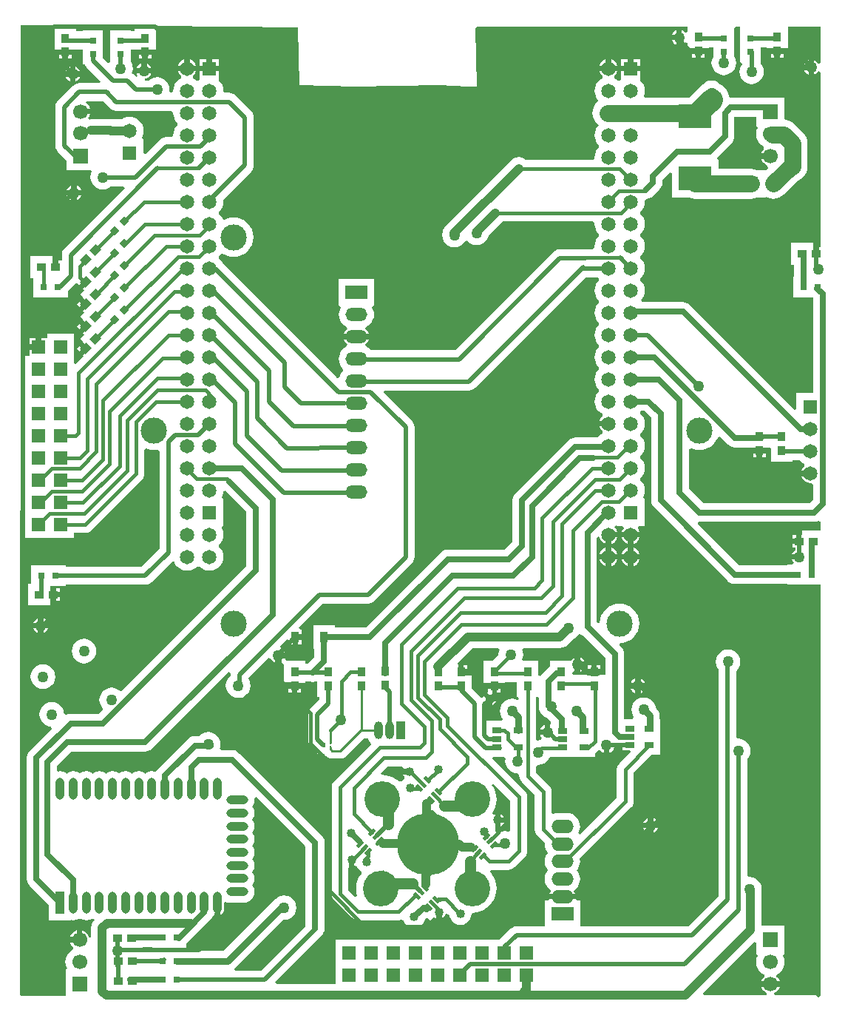
<source format=gtl>
%FSLAX25Y25*%
%MOIN*%
G70*
G01*
G75*
G04 Layer_Physical_Order=1*
G04 Layer_Color=255*
%ADD10R,0.03740X0.03937*%
%ADD11P,0.04454X4X90.0*%
G04:AMPARAMS|DCode=12|XSize=37.4mil|YSize=39.37mil|CornerRadius=0mil|HoleSize=0mil|Usage=FLASHONLY|Rotation=315.000|XOffset=0mil|YOffset=0mil|HoleType=Round|Shape=Rectangle|*
%AMROTATEDRECTD12*
4,1,4,-0.02714,-0.00070,0.00070,0.02714,0.02714,0.00070,-0.00070,-0.02714,-0.02714,-0.00070,0.0*
%
%ADD12ROTATEDRECTD12*%

%ADD13R,0.04200X0.02500*%
G04:AMPARAMS|DCode=14|XSize=106.3mil|YSize=62.99mil|CornerRadius=0mil|HoleSize=0mil|Usage=FLASHONLY|Rotation=225.000|XOffset=0mil|YOffset=0mil|HoleType=Round|Shape=Rectangle|*
%AMROTATEDRECTD14*
4,1,4,0.01531,0.05985,0.05985,0.01531,-0.01531,-0.05985,-0.05985,-0.01531,0.01531,0.05985,0.0*
%
%ADD14ROTATEDRECTD14*%

G04:AMPARAMS|DCode=15|XSize=106.3mil|YSize=62.99mil|CornerRadius=0mil|HoleSize=0mil|Usage=FLASHONLY|Rotation=315.000|XOffset=0mil|YOffset=0mil|HoleType=Round|Shape=Rectangle|*
%AMROTATEDRECTD15*
4,1,4,-0.05985,0.01531,-0.01531,0.05985,0.05985,-0.01531,0.01531,-0.05985,-0.05985,0.01531,0.0*
%
%ADD15ROTATEDRECTD15*%

G04:AMPARAMS|DCode=16|XSize=15.75mil|YSize=33.47mil|CornerRadius=0mil|HoleSize=0mil|Usage=FLASHONLY|Rotation=135.000|XOffset=0mil|YOffset=0mil|HoleType=Round|Shape=Rectangle|*
%AMROTATEDRECTD16*
4,1,4,0.01740,0.00626,-0.00626,-0.01740,-0.01740,-0.00626,0.00626,0.01740,0.01740,0.00626,0.0*
%
%ADD16ROTATEDRECTD16*%

G04:AMPARAMS|DCode=17|XSize=15.75mil|YSize=33.47mil|CornerRadius=0mil|HoleSize=0mil|Usage=FLASHONLY|Rotation=225.000|XOffset=0mil|YOffset=0mil|HoleType=Round|Shape=Rectangle|*
%AMROTATEDRECTD17*
4,1,4,-0.00626,0.01740,0.01740,-0.00626,0.00626,-0.01740,-0.01740,0.00626,-0.00626,0.01740,0.0*
%
%ADD17ROTATEDRECTD17*%

%ADD18R,0.04331X0.02559*%
%ADD19R,0.03150X0.03150*%
%ADD20O,0.03937X0.09843*%
%ADD21O,0.09843X0.03937*%
%ADD22R,0.03937X0.09843*%
%ADD23R,0.03150X0.03150*%
%ADD24R,0.03937X0.03740*%
%ADD25R,0.03602X0.04803*%
%ADD26R,0.15000X0.11000*%
%ADD27R,0.01024X0.00630*%
%ADD28R,0.01024X0.02008*%
%ADD29C,0.02500*%
%ADD30C,0.01500*%
%ADD31C,0.02000*%
%ADD32C,0.07500*%
%ADD33C,0.04000*%
%ADD34C,0.03000*%
%ADD35C,0.05000*%
%ADD36C,0.01000*%
%ADD37C,0.10000*%
%ADD38C,0.11800*%
%ADD39R,0.06496X0.06496*%
%ADD40C,0.06496*%
%ADD41O,0.10000X0.06000*%
%ADD42R,0.10000X0.06000*%
%ADD43R,0.06693X0.06693*%
%ADD44C,0.06693*%
%ADD45R,0.06496X0.06496*%
%ADD46C,0.28000*%
%ADD47R,0.04000X0.07874*%
%ADD48O,0.04000X0.07874*%
%ADD49O,0.03937X0.07874*%
%ADD50O,0.09843X0.06000*%
%ADD51R,0.09843X0.06000*%
%ADD52C,0.16000*%
%ADD53R,0.06000X0.06000*%
%ADD54R,0.06000X0.06000*%
%ADD55C,0.04000*%
%ADD56C,0.05000*%
G36*
X220927Y-286875D02*
X220642Y-287564D01*
X220452Y-289000D01*
X220476Y-289175D01*
X217769Y-291882D01*
X213630D01*
Y-301819D01*
X215630D01*
Y-301900D01*
X221370D01*
Y-301819D01*
X223370D01*
Y-301420D01*
X228630D01*
Y-301819D01*
Y-308118D01*
X229285D01*
X229575Y-309075D01*
X228886Y-309535D01*
X227936Y-309142D01*
X226500Y-308952D01*
X225064Y-309142D01*
X223726Y-309696D01*
X222577Y-310577D01*
X221696Y-311726D01*
X221142Y-313064D01*
X220953Y-314500D01*
X221142Y-315936D01*
X221696Y-317274D01*
X222317Y-318083D01*
X221875Y-318980D01*
X214610D01*
Y-324098D01*
X214366Y-324199D01*
X213534Y-323644D01*
Y-311773D01*
X214034Y-311390D01*
X214431Y-311194D01*
X214987Y-311620D01*
X215250Y-311729D01*
Y-309000D01*
X216500D01*
Y-307750D01*
X219229D01*
X219121Y-307487D01*
X218758Y-307015D01*
X219185Y-306150D01*
X219209Y-306118D01*
X221370D01*
Y-304400D01*
X215630D01*
Y-306113D01*
X214987Y-306380D01*
X214360Y-306860D01*
X213879Y-307487D01*
X213577Y-308217D01*
X213576Y-308224D01*
X212610Y-308483D01*
X212353Y-308147D01*
X208370Y-304164D01*
Y-298181D01*
X206370D01*
Y-298100D01*
X203500D01*
Y-296850D01*
X202250D01*
Y-293816D01*
X201894Y-292958D01*
X208809Y-286043D01*
X220372D01*
X220927Y-286875D01*
D02*
G37*
G36*
X258302Y-280394D02*
X268552Y-290644D01*
Y-298181D01*
X268370D01*
Y-298181D01*
X266370D01*
Y-298100D01*
X260630D01*
Y-298181D01*
X258630D01*
Y-298218D01*
X254091D01*
X253649Y-297321D01*
X254214Y-296585D01*
X254247Y-296562D01*
X254750Y-296771D01*
Y-293500D01*
Y-290229D01*
X254235Y-290443D01*
X253504Y-291004D01*
X252943Y-291735D01*
X252929Y-291768D01*
X243676D01*
Y-294316D01*
X243445Y-294492D01*
X239969Y-297969D01*
X239317Y-298818D01*
X238642Y-298589D01*
X238370Y-298477D01*
Y-291882D01*
X231659D01*
X231104Y-291050D01*
X231358Y-290436D01*
X231547Y-289000D01*
X231358Y-287564D01*
X231073Y-286875D01*
X231628Y-286043D01*
X248000D01*
X249305Y-285871D01*
X250522Y-285367D01*
X251566Y-284566D01*
X254013Y-282119D01*
X254774Y-281804D01*
X255923Y-280923D01*
X256723Y-279879D01*
X257013Y-279860D01*
X258302Y-280394D01*
D02*
G37*
G36*
X238370Y-308118D02*
X238370D01*
X238713Y-308461D01*
Y-311534D01*
X238599Y-312404D01*
X238788Y-313839D01*
X239342Y-315177D01*
X240224Y-316326D01*
X241373Y-317208D01*
X242692Y-317755D01*
X244124Y-319186D01*
X244026Y-320181D01*
X243750Y-320365D01*
Y-324000D01*
X242500D01*
Y-325250D01*
X239229D01*
X239443Y-325765D01*
X240004Y-326496D01*
X240006Y-326498D01*
X239748Y-327464D01*
X238817Y-327587D01*
X238406Y-327757D01*
X238230Y-327734D01*
X238034Y-327760D01*
X237282Y-327100D01*
Y-308118D01*
X238370D01*
D01*
D02*
G37*
G36*
X177554Y-340321D02*
X177518Y-340368D01*
X177409Y-340631D01*
X180138D01*
Y-343130D01*
X177409D01*
X177518Y-343393D01*
X177958Y-343968D01*
X177828Y-344959D01*
X176922Y-345654D01*
X176539Y-346154D01*
X175544Y-346258D01*
X174494Y-345361D01*
X173017Y-344456D01*
X171418Y-343793D01*
X169734Y-343389D01*
X168008Y-343253D01*
X167643Y-343282D01*
X167224Y-342374D01*
X170175Y-339424D01*
X177111D01*
X177554Y-340321D01*
D02*
G37*
G36*
X270345Y-333222D02*
X270860Y-333008D01*
X271591Y-332447D01*
X272152Y-331716D01*
X272505Y-330865D01*
X272548Y-330537D01*
X273414Y-330037D01*
X273771Y-330185D01*
X274458Y-330276D01*
Y-330295D01*
X274602D01*
X274881Y-330331D01*
X276458D01*
Y-331995D01*
X279565D01*
X279947Y-332919D01*
X274862Y-338004D01*
X274261Y-338787D01*
X273883Y-339700D01*
X273754Y-340679D01*
Y-353530D01*
X257225Y-370059D01*
X256422Y-369463D01*
X256756Y-368838D01*
X257099Y-367707D01*
X257215Y-366531D01*
X257099Y-365355D01*
X256756Y-364224D01*
X256199Y-363181D01*
X255449Y-362268D01*
X254536Y-361518D01*
X253493Y-360961D01*
X252362Y-360618D01*
X251186Y-360502D01*
X247186D01*
X246010Y-360618D01*
X245109Y-360891D01*
X244305Y-360296D01*
Y-350679D01*
X244177Y-349700D01*
X243799Y-348788D01*
X243198Y-348005D01*
X237282Y-342089D01*
Y-339462D01*
X238034Y-338803D01*
X238230Y-338829D01*
X239666Y-338640D01*
X241004Y-338086D01*
X242153Y-337204D01*
X243035Y-336055D01*
X243462Y-335023D01*
X244232D01*
Y-335133D01*
X264012D01*
Y-333337D01*
X265326Y-332024D01*
X266323Y-332089D01*
X266599Y-332447D01*
X267330Y-333008D01*
X267845Y-333222D01*
Y-329951D01*
X270345D01*
Y-333222D01*
D02*
G37*
G36*
X20130Y-5480D02*
Y-6382D01*
X20130D01*
Y-16319D01*
X22130D01*
Y-16400D01*
X27870D01*
Y-16385D01*
X32925D01*
Y-16925D01*
Y-23224D01*
X33885D01*
X34006Y-23517D01*
X34647Y-24353D01*
X40976Y-30682D01*
X40593Y-31606D01*
X36087D01*
X36081Y-31603D01*
X35037Y-31466D01*
X33993Y-31603D01*
X33986Y-31606D01*
X31319D01*
X30275Y-31743D01*
X29302Y-32146D01*
X28939Y-32425D01*
X28466Y-32787D01*
X28466Y-32787D01*
X21777Y-39476D01*
X21136Y-40312D01*
X20733Y-41285D01*
X20596Y-42329D01*
X20596Y-42329D01*
Y-59715D01*
X20596Y-59715D01*
X20733Y-60759D01*
X21136Y-61732D01*
X21777Y-62568D01*
X25758Y-66548D01*
Y-70665D01*
X36528D01*
X37084Y-71496D01*
X36642Y-72564D01*
X36452Y-74000D01*
X36642Y-75436D01*
X37196Y-76774D01*
X38077Y-77923D01*
X39226Y-78804D01*
X40564Y-79358D01*
X42000Y-79548D01*
X43436Y-79358D01*
X44774Y-78804D01*
X45777Y-78035D01*
X51453D01*
X51836Y-78958D01*
X24647Y-106147D01*
X24006Y-106983D01*
X23603Y-107956D01*
X23465Y-109000D01*
X23465Y-109000D01*
Y-111630D01*
X21900D01*
Y-114500D01*
X19400D01*
Y-111630D01*
X19319D01*
Y-109630D01*
X9382D01*
Y-119370D01*
X10776D01*
Y-128075D01*
X26224D01*
Y-125481D01*
X29777Y-121929D01*
X30777D01*
X31290Y-122442D01*
X33389Y-120343D01*
X35157Y-122111D01*
X33058Y-124210D01*
X33730Y-124882D01*
X31770Y-126842D01*
X33184Y-128257D01*
X33127Y-128314D01*
X35157Y-130343D01*
X34273Y-131227D01*
X35157Y-132111D01*
X33058Y-134210D01*
X33730Y-134882D01*
X31770Y-136843D01*
X33184Y-138257D01*
X33127Y-138314D01*
X35157Y-140343D01*
X34273Y-141227D01*
X35157Y-142111D01*
X33058Y-144210D01*
X33730Y-144883D01*
X31770Y-146843D01*
X33184Y-148257D01*
X33127Y-148314D01*
X35157Y-150343D01*
X34273Y-151227D01*
X35157Y-152111D01*
X33058Y-154210D01*
X33388Y-154540D01*
X29813Y-158115D01*
X28889Y-157733D01*
Y-156428D01*
Y-144428D01*
X16889D01*
Y-146428D01*
X14139D01*
Y-150428D01*
X12889D01*
Y-151678D01*
X8889D01*
Y-154428D01*
X6889D01*
Y-166428D01*
Y-176428D01*
Y-186428D01*
Y-196428D01*
Y-206428D01*
Y-216428D01*
Y-226428D01*
Y-236428D01*
X28889D01*
Y-234210D01*
X34072D01*
X35051Y-234082D01*
X35963Y-233704D01*
X36746Y-233102D01*
X36747Y-233102D01*
X36746Y-233102D01*
X59675Y-210174D01*
X60276Y-209391D01*
X60654Y-208479D01*
X60654Y-208479D01*
X60654Y-208479D01*
X60782Y-207500D01*
Y-196860D01*
X61586Y-196265D01*
X63255Y-196771D01*
X65000Y-196943D01*
X66724Y-196773D01*
X67466Y-197445D01*
Y-241329D01*
X59329Y-249465D01*
X25224D01*
Y-248925D01*
X9776D01*
Y-257130D01*
X8382D01*
Y-266870D01*
X18319D01*
Y-264870D01*
X18400D01*
Y-262000D01*
Y-259130D01*
X18385D01*
Y-258075D01*
X25224D01*
Y-257535D01*
X61000D01*
X61000Y-257535D01*
X62044Y-257397D01*
X63017Y-256994D01*
X63853Y-256353D01*
X73187Y-247019D01*
X74157Y-247262D01*
X74200Y-247403D01*
X74780Y-248488D01*
X75561Y-249439D01*
X76512Y-250220D01*
X77597Y-250800D01*
X78775Y-251158D01*
X80000Y-251278D01*
X81225Y-251158D01*
X82403Y-250800D01*
X83488Y-250220D01*
X84439Y-249439D01*
X84500Y-249366D01*
X85500D01*
X85561Y-249439D01*
X86512Y-250220D01*
X87597Y-250800D01*
X88775Y-251158D01*
X90000Y-251278D01*
X91225Y-251158D01*
X92403Y-250800D01*
X93488Y-250220D01*
X94439Y-249439D01*
X95220Y-248488D01*
X95800Y-247403D01*
X96158Y-246225D01*
X96278Y-245000D01*
X96158Y-243775D01*
X95800Y-242597D01*
X95220Y-241512D01*
X94439Y-240561D01*
X94366Y-240500D01*
Y-239500D01*
X94439Y-239439D01*
X95220Y-238488D01*
X95800Y-237403D01*
X96158Y-236225D01*
X96278Y-235000D01*
X96158Y-233775D01*
X95800Y-232597D01*
X95538Y-232106D01*
X96052Y-231248D01*
X96248D01*
Y-218752D01*
X96052D01*
X95538Y-217894D01*
X95800Y-217403D01*
X96158Y-216225D01*
X96223Y-215564D01*
X97164Y-215227D01*
X106713Y-224776D01*
Y-249224D01*
X62219Y-293719D01*
X62110Y-293860D01*
X61969Y-293969D01*
X50333Y-305604D01*
X49923Y-305577D01*
X48774Y-304696D01*
X47436Y-304142D01*
X46000Y-303953D01*
X44564Y-304142D01*
X43226Y-304696D01*
X42077Y-305577D01*
X41196Y-306726D01*
X40642Y-308064D01*
X40453Y-309500D01*
X40642Y-310936D01*
X41196Y-312274D01*
X42077Y-313423D01*
X42104Y-313833D01*
X40224Y-315713D01*
X27500D01*
X26390Y-315859D01*
X25384Y-316276D01*
X25319Y-316239D01*
X24426Y-315074D01*
X24358Y-314564D01*
X23804Y-313226D01*
X22923Y-312077D01*
X21774Y-311196D01*
X20436Y-310642D01*
X19000Y-310453D01*
X17564Y-310642D01*
X16226Y-311196D01*
X15077Y-312077D01*
X14196Y-313226D01*
X13642Y-314564D01*
X13453Y-316000D01*
X13642Y-317436D01*
X14196Y-318774D01*
X15077Y-319923D01*
X16226Y-320804D01*
X17564Y-321358D01*
X18666Y-321503D01*
X18987Y-322450D01*
X8992Y-332446D01*
X8311Y-333333D01*
X7883Y-334367D01*
X7737Y-335477D01*
Y-390065D01*
X7737Y-390065D01*
X7737D01*
X7883Y-391174D01*
X8311Y-392208D01*
X8992Y-393096D01*
X17776Y-401879D01*
Y-408707D01*
X27713D01*
Y-408707D01*
X27793Y-408637D01*
X28650Y-408750D01*
X29947Y-408579D01*
X31155Y-408078D01*
X31602Y-407735D01*
X32050Y-408078D01*
X33258Y-408579D01*
X34555Y-408750D01*
X35852Y-408579D01*
X37061Y-408078D01*
X37085Y-408060D01*
X38058Y-408291D01*
X38042Y-408260D01*
X38226Y-408641D01*
X38226Y-408641D01*
X38226D01*
X37425Y-409686D01*
X36921Y-410902D01*
X36749Y-412208D01*
Y-416428D01*
X35752Y-416494D01*
X35735Y-416365D01*
X35297Y-415308D01*
X34600Y-414400D01*
X33692Y-413703D01*
X32750Y-413313D01*
Y-417500D01*
X31500D01*
Y-418750D01*
X27313D01*
X27703Y-419692D01*
X28400Y-420600D01*
X28713Y-420840D01*
X28632Y-421837D01*
X27957Y-422198D01*
X26991Y-422991D01*
X26198Y-423957D01*
X25608Y-425060D01*
X25245Y-426256D01*
X25123Y-427500D01*
X25245Y-428744D01*
X25608Y-429940D01*
X25798Y-430296D01*
X25284Y-431153D01*
X25154D01*
Y-442834D01*
X5414Y-442853D01*
X4707Y-442146D01*
X4961Y-9426D01*
X5070Y-5341D01*
X20130Y-5480D01*
D02*
G37*
G36*
X323969Y-194531D02*
X324857Y-195212D01*
X325890Y-195641D01*
X327000Y-195787D01*
X333130D01*
Y-195819D01*
X335130D01*
Y-195900D01*
X340870D01*
Y-195819D01*
X342870D01*
D01*
X342870D01*
X343130Y-196079D01*
Y-202118D01*
X352870D01*
Y-201535D01*
X356228D01*
X356561Y-201939D01*
X357512Y-202720D01*
X358313Y-203148D01*
X358383Y-204007D01*
X358325Y-204198D01*
X357970Y-204470D01*
X357289Y-205358D01*
X356920Y-206250D01*
X361000D01*
Y-208750D01*
X356920D01*
X357289Y-209642D01*
X357970Y-210530D01*
X358858Y-211211D01*
X359891Y-211639D01*
X361000Y-211785D01*
X361461Y-211724D01*
X362213Y-212383D01*
Y-219224D01*
X360724Y-220713D01*
X312776D01*
X306287Y-214224D01*
Y-196545D01*
X307144Y-196031D01*
X307578Y-196262D01*
X309255Y-196771D01*
X311000Y-196943D01*
X312745Y-196771D01*
X314422Y-196262D01*
X315968Y-195436D01*
X317324Y-194324D01*
X318436Y-192968D01*
X319262Y-191422D01*
X319352Y-191127D01*
X320322Y-190884D01*
X323969Y-194531D01*
D02*
G37*
G36*
X365500Y-229135D02*
Y-233130D01*
X357181D01*
Y-235130D01*
X357100D01*
Y-238000D01*
X355850D01*
Y-239250D01*
X352882D01*
Y-240870D01*
X354262D01*
X354457Y-241851D01*
X354235Y-241943D01*
X353504Y-242504D01*
X352943Y-243235D01*
X352729Y-243750D01*
X356000D01*
Y-246250D01*
X352729D01*
X352943Y-246765D01*
X353504Y-247496D01*
X352791Y-248425D01*
X350776D01*
Y-248713D01*
X328776D01*
X310198Y-230136D01*
X310641Y-229239D01*
X311000Y-229287D01*
X362500D01*
X363610Y-229141D01*
X364643Y-228712D01*
X365500Y-229135D01*
D02*
G37*
G36*
X265561Y-119439D02*
X265634Y-119500D01*
Y-120500D01*
X265561Y-120561D01*
X264780Y-121512D01*
X264200Y-122597D01*
X263842Y-123775D01*
X263722Y-125000D01*
X263842Y-126225D01*
X264200Y-127403D01*
X264780Y-128488D01*
X265561Y-129439D01*
X265634Y-129500D01*
Y-130500D01*
X265561Y-130561D01*
X264780Y-131512D01*
X264200Y-132597D01*
X263842Y-133775D01*
X263722Y-135000D01*
X263842Y-136225D01*
X264200Y-137403D01*
X264780Y-138488D01*
X265561Y-139439D01*
X265634Y-139500D01*
Y-140500D01*
X265561Y-140561D01*
X264780Y-141512D01*
X264200Y-142597D01*
X263842Y-143775D01*
X263722Y-145000D01*
X263842Y-146225D01*
X264200Y-147403D01*
X264780Y-148488D01*
X265561Y-149439D01*
X265634Y-149500D01*
Y-150500D01*
X265561Y-150561D01*
X264780Y-151512D01*
X264200Y-152597D01*
X263842Y-153775D01*
X263722Y-155000D01*
X263842Y-156225D01*
X264200Y-157403D01*
X264780Y-158488D01*
X265561Y-159439D01*
X265634Y-159500D01*
Y-160500D01*
X265561Y-160561D01*
X264780Y-161512D01*
X264200Y-162597D01*
X263842Y-163775D01*
X263722Y-165000D01*
X263842Y-166225D01*
X264200Y-167403D01*
X264780Y-168488D01*
X265561Y-169439D01*
X265634Y-169500D01*
Y-170500D01*
X265561Y-170561D01*
X264780Y-171512D01*
X264200Y-172597D01*
X263842Y-173775D01*
X263722Y-175000D01*
X263842Y-176225D01*
X264200Y-177403D01*
X264780Y-178488D01*
X265561Y-179439D01*
X266512Y-180220D01*
X267313Y-180648D01*
X267383Y-181507D01*
X267325Y-181698D01*
X266970Y-181970D01*
X266289Y-182858D01*
X265920Y-183750D01*
X270000D01*
Y-186250D01*
X265920D01*
X266289Y-187142D01*
X266970Y-188030D01*
X267325Y-188302D01*
X267383Y-188493D01*
X267313Y-189352D01*
X266512Y-189780D01*
X265561Y-190561D01*
X265025Y-191213D01*
X255000D01*
X253890Y-191359D01*
X252857Y-191788D01*
X251969Y-192469D01*
X227969Y-216469D01*
X227288Y-217357D01*
X226859Y-218390D01*
X226713Y-219500D01*
Y-238224D01*
X223224Y-241713D01*
X197500D01*
X196390Y-241859D01*
X195357Y-242288D01*
X194469Y-242969D01*
X160630Y-276807D01*
X146465D01*
Y-275693D01*
X136862D01*
Y-286496D01*
X137377D01*
Y-290251D01*
X134510Y-293118D01*
X133370D01*
Y-291882D01*
X124861D01*
X124534Y-291631D01*
X124146Y-291050D01*
X124271Y-290750D01*
X122250D01*
Y-292771D01*
X122765Y-292557D01*
X123630Y-293684D01*
Y-301819D01*
X125630D01*
Y-301900D01*
X131370D01*
Y-301819D01*
X133370D01*
Y-301187D01*
X135473D01*
X135516Y-301205D01*
X136626Y-301351D01*
X137735Y-301205D01*
X137778Y-301187D01*
X138630D01*
Y-301819D01*
Y-308118D01*
X139465D01*
Y-309329D01*
X135647Y-313147D01*
X135006Y-313983D01*
X134603Y-314956D01*
X134466Y-316000D01*
X134466Y-316000D01*
Y-327121D01*
X134466Y-327121D01*
X134603Y-328165D01*
X135006Y-329138D01*
X135647Y-329974D01*
X138468Y-332794D01*
Y-333935D01*
X140998D01*
X141323Y-333978D01*
X141647Y-333935D01*
X141942D01*
X142056Y-334085D01*
X142665Y-334693D01*
X142795Y-334863D01*
X143526Y-335424D01*
X144378Y-335776D01*
X145291Y-335897D01*
X149095D01*
X150008Y-335776D01*
X150860Y-335424D01*
X151591Y-334863D01*
X159682Y-326771D01*
X161590D01*
X161980Y-327715D01*
X162777Y-328753D01*
X162833Y-329609D01*
X146326Y-346116D01*
X145724Y-346900D01*
X145346Y-347812D01*
X145218Y-348791D01*
Y-396764D01*
X145218Y-396764D01*
X145218D01*
X145346Y-397743D01*
X145724Y-398655D01*
X146326Y-399438D01*
X154437Y-407550D01*
X155221Y-408151D01*
X155866Y-408418D01*
X156133Y-408529D01*
X157112Y-408658D01*
X175325D01*
X176304Y-408529D01*
X176669Y-408378D01*
X177593Y-408760D01*
X178023Y-409797D01*
X178824Y-410842D01*
X179869Y-411643D01*
X181085Y-412147D01*
X182390Y-412319D01*
X183695Y-412147D01*
X184912Y-411643D01*
X185956Y-410842D01*
X186758Y-409797D01*
X187261Y-408581D01*
X187279Y-408449D01*
X187773Y-407956D01*
X187859Y-407967D01*
X188418Y-407893D01*
X189462Y-408937D01*
X191212Y-407186D01*
X191420Y-407200D01*
X192047Y-407681D01*
X192310Y-407790D01*
Y-406089D01*
X193081Y-405318D01*
X193338Y-405060D01*
X194810D01*
Y-407790D01*
X195073Y-407681D01*
X195700Y-407200D01*
X196181Y-406573D01*
X196481Y-405849D01*
X196497Y-405845D01*
X197829Y-406021D01*
X198230Y-406422D01*
X198319Y-407095D01*
X198822Y-408312D01*
X199624Y-409356D01*
X200668Y-410157D01*
X201885Y-410661D01*
X203190Y-410833D01*
X204495Y-410661D01*
X205712Y-410157D01*
X206756Y-409356D01*
X207557Y-408312D01*
X208061Y-407095D01*
X208233Y-405790D01*
X208475Y-405401D01*
Y-405401D01*
X208475Y-405401D01*
X210201Y-405265D01*
X211885Y-404861D01*
X213485Y-404199D01*
X214961Y-403294D01*
X216277Y-402169D01*
X217402Y-400853D01*
X218307Y-399377D01*
X218969Y-397777D01*
X219373Y-396093D01*
X219509Y-394367D01*
X219373Y-392641D01*
X218969Y-390957D01*
X218307Y-389358D01*
X217402Y-387881D01*
X216616Y-386962D01*
X217035Y-386053D01*
X224796D01*
X225775Y-385925D01*
X226687Y-385547D01*
X227471Y-384946D01*
X227471Y-384946D01*
X227471Y-384946D01*
X232250Y-380166D01*
X232851Y-379383D01*
X233229Y-378471D01*
X233358Y-377492D01*
X233358Y-377492D01*
X233358Y-377492D01*
Y-377492D01*
Y-353208D01*
X233229Y-352229D01*
X232851Y-351317D01*
X232250Y-350534D01*
X217675Y-335958D01*
X218057Y-335034D01*
X221000D01*
X221112Y-335020D01*
X222955D01*
X223614Y-335772D01*
X223452Y-337000D01*
X223642Y-338436D01*
X224196Y-339774D01*
X225077Y-340923D01*
X226226Y-341804D01*
X227564Y-342358D01*
X229000Y-342547D01*
X229718Y-343177D01*
Y-343656D01*
X229847Y-344635D01*
X230224Y-345547D01*
X230825Y-346331D01*
X236741Y-352246D01*
Y-367818D01*
X236741Y-367818D01*
X236741D01*
X236870Y-368797D01*
X237247Y-369709D01*
X237848Y-370493D01*
X241211Y-373855D01*
X241157Y-374405D01*
X241273Y-375581D01*
X241616Y-376712D01*
X242173Y-377754D01*
X242655Y-378342D01*
X242173Y-378929D01*
X241616Y-379972D01*
X241273Y-381103D01*
X241157Y-382279D01*
X241273Y-383455D01*
X241616Y-384586D01*
X242173Y-385629D01*
X242655Y-386216D01*
X242173Y-386803D01*
X241616Y-387846D01*
X241273Y-388977D01*
X241157Y-390153D01*
X241273Y-391329D01*
X241616Y-392460D01*
X242173Y-393502D01*
X242923Y-394416D01*
X243837Y-395166D01*
X243947Y-395677D01*
X243692Y-396010D01*
X243374Y-396777D01*
X254998D01*
X254680Y-396010D01*
X254425Y-395677D01*
X254536Y-395166D01*
X255449Y-394416D01*
X256199Y-393502D01*
X256756Y-392460D01*
X257099Y-391329D01*
X257215Y-390153D01*
X257099Y-388977D01*
X256756Y-387846D01*
X256199Y-386803D01*
X255717Y-386216D01*
X256199Y-385629D01*
X256756Y-384586D01*
X257099Y-383455D01*
X257215Y-382279D01*
X257099Y-381103D01*
X257048Y-380934D01*
X280211Y-357772D01*
X280812Y-356988D01*
X281190Y-356076D01*
X281190Y-356076D01*
X281190Y-356076D01*
X281319Y-355097D01*
Y-342245D01*
X289569Y-333995D01*
X293358D01*
Y-326595D01*
Y-318095D01*
X293084D01*
Y-316599D01*
X292930Y-315424D01*
X292476Y-314330D01*
X291755Y-313390D01*
X291236Y-312871D01*
X291179Y-312439D01*
X290625Y-311101D01*
X289744Y-309952D01*
X288595Y-309071D01*
X287257Y-308516D01*
X285821Y-308327D01*
X284385Y-308516D01*
X283047Y-309071D01*
X281898Y-309952D01*
X281017Y-311101D01*
X280463Y-312439D01*
X280274Y-313875D01*
X280463Y-315311D01*
X281017Y-316649D01*
X281438Y-317198D01*
X280996Y-318095D01*
X277125D01*
Y-288869D01*
X276979Y-287759D01*
X276551Y-286725D01*
X275870Y-285838D01*
X274894Y-284862D01*
X275231Y-283920D01*
X276745Y-283771D01*
X278422Y-283262D01*
X279969Y-282436D01*
X281324Y-281324D01*
X282436Y-279969D01*
X283262Y-278422D01*
X283771Y-276745D01*
X283943Y-275000D01*
X283771Y-273255D01*
X283262Y-271578D01*
X282436Y-270031D01*
X281324Y-268676D01*
X279969Y-267564D01*
X278422Y-266738D01*
X276745Y-266229D01*
X275000Y-266057D01*
X273255Y-266229D01*
X271578Y-266738D01*
X270031Y-267564D01*
X268676Y-268676D01*
X267564Y-270031D01*
X266738Y-271578D01*
X266229Y-273255D01*
X266080Y-274769D01*
X265604Y-274939D01*
X264787Y-274363D01*
Y-245591D01*
X264787Y-245591D01*
Y-244409D01*
X264787Y-244409D01*
Y-236485D01*
X265599Y-235902D01*
X265845Y-235986D01*
X265861Y-236109D01*
X266289Y-237142D01*
X266970Y-238030D01*
X267858Y-238711D01*
X268750Y-239080D01*
Y-235000D01*
X270000D01*
Y-233750D01*
X274080D01*
X273711Y-232858D01*
X273030Y-231970D01*
X272675Y-231698D01*
X272617Y-231507D01*
X272628Y-231368D01*
X273518Y-230911D01*
X273752Y-231052D01*
Y-231248D01*
X276394D01*
X276836Y-232145D01*
X276289Y-232858D01*
X275920Y-233750D01*
X284080D01*
X283711Y-232858D01*
X283164Y-232145D01*
X283606Y-231248D01*
X286248D01*
Y-218752D01*
X286052D01*
X285538Y-217894D01*
X285800Y-217403D01*
X286158Y-216225D01*
X286278Y-215000D01*
X286158Y-213775D01*
X285800Y-212597D01*
X285220Y-211512D01*
X284439Y-210561D01*
X284366Y-210500D01*
Y-209500D01*
X284439Y-209439D01*
X285220Y-208488D01*
X285800Y-207403D01*
X286158Y-206225D01*
X286278Y-205000D01*
X286158Y-203775D01*
X285800Y-202597D01*
X285220Y-201512D01*
X284439Y-200561D01*
X284366Y-200500D01*
Y-199500D01*
X284439Y-199439D01*
X285220Y-198488D01*
X285800Y-197403D01*
X286158Y-196225D01*
X286278Y-195000D01*
X286158Y-193775D01*
X285800Y-192597D01*
X285220Y-191512D01*
X284439Y-190561D01*
X284366Y-190500D01*
Y-189500D01*
X284439Y-189439D01*
X285220Y-188488D01*
X285800Y-187403D01*
X286158Y-186225D01*
X286278Y-185000D01*
X286158Y-183775D01*
X285800Y-182597D01*
X285220Y-181512D01*
X284439Y-180561D01*
X284366Y-180500D01*
Y-179500D01*
X284439Y-179439D01*
X284565Y-179287D01*
X286224D01*
X289213Y-182276D01*
Y-219500D01*
X289213Y-219500D01*
X289213D01*
X289359Y-220609D01*
X289788Y-221643D01*
X290469Y-222531D01*
X323969Y-256031D01*
X324354Y-256327D01*
X324857Y-256712D01*
X325890Y-257141D01*
X327000Y-257287D01*
X350776D01*
Y-257575D01*
X365500D01*
Y-442500D01*
X364500Y-443500D01*
X363500Y-442500D01*
X344805Y-442518D01*
X344610Y-441538D01*
X345192Y-441297D01*
X346100Y-440600D01*
X346797Y-439692D01*
X347187Y-438750D01*
X338813D01*
X339203Y-439692D01*
X339900Y-440600D01*
X340808Y-441297D01*
X341398Y-441541D01*
X341204Y-442522D01*
X312970Y-442550D01*
X312587Y-441626D01*
X335730Y-418484D01*
X336653Y-418866D01*
Y-423846D01*
X336784D01*
X337298Y-424704D01*
X337108Y-425060D01*
X336745Y-426256D01*
X336623Y-427500D01*
X336745Y-428744D01*
X337108Y-429940D01*
X337698Y-431043D01*
X338491Y-432009D01*
X339457Y-432802D01*
X340132Y-433163D01*
X340213Y-434160D01*
X339900Y-434400D01*
X339203Y-435308D01*
X338813Y-436250D01*
X347187D01*
X346797Y-435308D01*
X346100Y-434400D01*
X345787Y-434160D01*
X345868Y-433163D01*
X346543Y-432802D01*
X347509Y-432009D01*
X348302Y-431043D01*
X348892Y-429940D01*
X349255Y-428744D01*
X349377Y-427500D01*
X349255Y-426256D01*
X348892Y-425060D01*
X348702Y-424704D01*
X349216Y-423846D01*
X349346D01*
Y-411154D01*
X338910D01*
Y-395732D01*
X339041Y-394737D01*
X338852Y-393301D01*
X338298Y-391963D01*
X337417Y-390814D01*
X336268Y-389933D01*
X334930Y-389378D01*
X333494Y-389189D01*
X333286Y-389217D01*
X332535Y-388557D01*
Y-336277D01*
X333304Y-335274D01*
X333858Y-333936D01*
X334048Y-332500D01*
X333858Y-331064D01*
X333304Y-329726D01*
X332423Y-328577D01*
X331274Y-327696D01*
X329936Y-327142D01*
X328500Y-326953D01*
X328286Y-326981D01*
X327535Y-326321D01*
Y-296405D01*
X327804Y-296198D01*
X328686Y-295049D01*
X329240Y-293711D01*
X329429Y-292275D01*
X329240Y-290839D01*
X328686Y-289501D01*
X327804Y-288352D01*
X326656Y-287471D01*
X325318Y-286917D01*
X323882Y-286728D01*
X322446Y-286917D01*
X321108Y-287471D01*
X319959Y-288352D01*
X319077Y-289501D01*
X318523Y-290839D01*
X318334Y-292275D01*
X318523Y-293711D01*
X319077Y-295049D01*
X319465Y-295554D01*
Y-397829D01*
X305829Y-411466D01*
X257186D01*
Y-399901D01*
X255638D01*
X255221Y-399277D01*
X243152D01*
X242735Y-399901D01*
X241186D01*
Y-411466D01*
X228500D01*
X228500Y-411466D01*
X227456Y-411603D01*
X226483Y-412006D01*
X225647Y-412647D01*
X220730Y-417565D01*
X147038D01*
Y-429565D01*
Y-437457D01*
X120147D01*
X119764Y-436533D01*
X140625Y-415672D01*
X141266Y-414837D01*
X141346Y-414645D01*
X141369Y-414615D01*
X141797Y-413581D01*
X141943Y-412472D01*
Y-373668D01*
X141943Y-373668D01*
X141943Y-373668D01*
Y-373668D01*
X141943D01*
X141943Y-373668D01*
X141797Y-372559D01*
X141369Y-371525D01*
X140688Y-370637D01*
X103424Y-333374D01*
X102536Y-332693D01*
X101502Y-332264D01*
X100393Y-332118D01*
X95269D01*
X94713Y-331287D01*
X94858Y-330936D01*
X95047Y-329500D01*
X94858Y-328064D01*
X94304Y-326726D01*
X93423Y-325577D01*
X92274Y-324696D01*
X90936Y-324142D01*
X89500Y-323953D01*
X88064Y-324142D01*
X86726Y-324696D01*
X85577Y-325577D01*
X85473Y-325713D01*
X83500D01*
X82390Y-325859D01*
X81357Y-326288D01*
X80469Y-326969D01*
X66957Y-340481D01*
X66276Y-341368D01*
X66240Y-341455D01*
X65380Y-341811D01*
X64083Y-341640D01*
X62786Y-341811D01*
X61577Y-342312D01*
X61130Y-342655D01*
X60683Y-342312D01*
X59474Y-341811D01*
X58177Y-341640D01*
X56880Y-341811D01*
X55672Y-342312D01*
X55225Y-342655D01*
X54777Y-342312D01*
X53569Y-341811D01*
X52272Y-341640D01*
X50975Y-341811D01*
X49766Y-342312D01*
X49319Y-342655D01*
X48872Y-342312D01*
X47663Y-341811D01*
X46366Y-341640D01*
X45069Y-341811D01*
X43861Y-342312D01*
X43413Y-342655D01*
X42966Y-342312D01*
X41758Y-341811D01*
X40461Y-341640D01*
X39164Y-341811D01*
X37955Y-342312D01*
X37508Y-342655D01*
X37061Y-342312D01*
X35852Y-341811D01*
X34555Y-341640D01*
X33258Y-341811D01*
X32050Y-342312D01*
X31602Y-342655D01*
X31155Y-342312D01*
X29947Y-341811D01*
X28650Y-341640D01*
X27353Y-341811D01*
X26144Y-342312D01*
X25697Y-342655D01*
X25250Y-342312D01*
X24041Y-341811D01*
X22744Y-341640D01*
X22087Y-341727D01*
X21335Y-341068D01*
Y-339227D01*
X27776Y-332787D01*
X61000D01*
X62110Y-332641D01*
X63143Y-332212D01*
X64031Y-331531D01*
X98654Y-296908D01*
X99551Y-297350D01*
X99466Y-298000D01*
X99466Y-298000D01*
Y-298780D01*
X99077Y-299077D01*
X98196Y-300226D01*
X97642Y-301564D01*
X97452Y-303000D01*
X97642Y-304436D01*
X98196Y-305774D01*
X99077Y-306923D01*
X100226Y-307804D01*
X101564Y-308358D01*
X103000Y-308547D01*
X103299Y-308508D01*
X103500Y-308535D01*
X104544Y-308397D01*
X105517Y-307994D01*
X105754Y-307812D01*
X105774Y-307804D01*
X106923Y-306923D01*
X107804Y-305774D01*
X108358Y-304436D01*
X108547Y-303000D01*
X108358Y-301564D01*
X107804Y-300226D01*
X107535Y-299875D01*
Y-299671D01*
X116720Y-290486D01*
X117701Y-290681D01*
X117943Y-291265D01*
X118504Y-291996D01*
X119235Y-292557D01*
X119750Y-292771D01*
Y-289500D01*
X121000D01*
Y-288250D01*
X124271D01*
X124057Y-287735D01*
X123496Y-287004D01*
X122765Y-286443D01*
X122181Y-286201D01*
X121986Y-285220D01*
X125045Y-282161D01*
X125968Y-282544D01*
Y-284496D01*
X127520D01*
Y-281094D01*
X128770D01*
Y-279844D01*
X131571D01*
Y-277693D01*
X130820D01*
X130437Y-276769D01*
X141171Y-266035D01*
X161500D01*
X161500Y-266035D01*
X162544Y-265897D01*
X163517Y-265494D01*
X164353Y-264853D01*
X181353Y-247853D01*
X181994Y-247017D01*
X182397Y-246044D01*
X182535Y-245000D01*
Y-186500D01*
X182535Y-186500D01*
X182535Y-186500D01*
Y-186500D01*
X182535D01*
X182535Y-186500D01*
X182397Y-185456D01*
X181994Y-184483D01*
X181716Y-184120D01*
X181353Y-183647D01*
X181353Y-183647D01*
X168664Y-170958D01*
X169047Y-170035D01*
X207000D01*
X207000Y-170035D01*
X208044Y-169897D01*
X209017Y-169494D01*
X209853Y-168853D01*
X259671Y-119035D01*
X265228D01*
X265561Y-119439D01*
D02*
G37*
G36*
X45253Y-42853D02*
X46089Y-43494D01*
X47062Y-43897D01*
X48106Y-44034D01*
X48106Y-44034D01*
X73072D01*
X73744Y-44776D01*
X73722Y-45000D01*
X73842Y-46225D01*
X74200Y-47403D01*
X74780Y-48488D01*
X75561Y-49439D01*
X75634Y-49500D01*
Y-50500D01*
X75561Y-50561D01*
X74780Y-51512D01*
X74200Y-52597D01*
X73842Y-53775D01*
X73722Y-55000D01*
X73744Y-55225D01*
X73072Y-55966D01*
X70500D01*
X70500Y-55966D01*
X69456Y-56103D01*
X68483Y-56506D01*
X67647Y-57147D01*
X61172Y-63622D01*
X60248Y-63240D01*
Y-56752D01*
X60052D01*
X59538Y-55894D01*
X59800Y-55403D01*
X60158Y-54225D01*
X60278Y-53000D01*
X60158Y-51775D01*
X59800Y-50597D01*
X59220Y-49512D01*
X58439Y-48561D01*
X57488Y-47780D01*
X56403Y-47200D01*
X55225Y-46842D01*
X54000Y-46722D01*
X52775Y-46842D01*
X51597Y-47200D01*
X50512Y-47780D01*
X50296Y-47957D01*
X45850D01*
X45447Y-47904D01*
X36593D01*
X35929Y-47991D01*
X35429Y-47125D01*
X35901Y-46510D01*
X36291Y-45568D01*
X32104D01*
Y-43069D01*
X36291D01*
X35901Y-42127D01*
X35204Y-41219D01*
X34426Y-40622D01*
X34747Y-39675D01*
X42075D01*
X45253Y-42853D01*
D02*
G37*
G36*
X336653Y-50846D02*
X336784D01*
X337298Y-51704D01*
X337108Y-52060D01*
X336745Y-53256D01*
X336623Y-54500D01*
X336745Y-55744D01*
X337108Y-56940D01*
X337698Y-58043D01*
X338491Y-59009D01*
X339031Y-59453D01*
X339072Y-59503D01*
X340045Y-60302D01*
X340029Y-61301D01*
X339900Y-61400D01*
X339203Y-62308D01*
X338813Y-63250D01*
X343000D01*
Y-65750D01*
X338813D01*
X339203Y-66692D01*
X339900Y-67600D01*
X340808Y-68297D01*
X341775Y-68697D01*
X341970Y-69678D01*
X340804Y-70843D01*
X340516Y-70723D01*
Y-70723D01*
X340516Y-70723D01*
X336898D01*
X336864Y-70705D01*
X335591Y-70319D01*
X334268Y-70189D01*
X319616D01*
Y-66104D01*
X319264D01*
X318882Y-65180D01*
X325531Y-58531D01*
X325827Y-58146D01*
X326212Y-57643D01*
X326641Y-56609D01*
X326787Y-55500D01*
Y-46787D01*
X336653D01*
Y-50846D01*
D02*
G37*
G36*
X155412Y-384377D02*
X155675Y-384268D01*
X156540Y-384500D01*
X156734Y-384968D01*
X157536Y-386012D01*
X158523Y-386770D01*
X158627Y-387764D01*
X158306Y-388140D01*
X157402Y-389616D01*
X156739Y-391216D01*
X156335Y-392899D01*
X156199Y-394625D01*
X156335Y-396352D01*
X156662Y-397716D01*
X155790Y-398204D01*
X152782Y-395197D01*
Y-385250D01*
X152912Y-385136D01*
Y-381647D01*
X155412D01*
Y-384377D01*
D02*
G37*
G36*
X225793Y-354775D02*
Y-368313D01*
X224962Y-368869D01*
X224715Y-368767D01*
X223280Y-368578D01*
X221844Y-368767D01*
X220506Y-369321D01*
X220061Y-369662D01*
X219004Y-368606D01*
X218845Y-367398D01*
X218833Y-367367D01*
X218840Y-367358D01*
Y-363633D01*
Y-360904D01*
X218577Y-361013D01*
X218258Y-361257D01*
X217515Y-360588D01*
X218307Y-359297D01*
X218969Y-357697D01*
X219373Y-356013D01*
X219509Y-354287D01*
X219373Y-352561D01*
X218969Y-350878D01*
X218307Y-349278D01*
X217402Y-347802D01*
X217373Y-347768D01*
X218108Y-347090D01*
X225793Y-354775D01*
D02*
G37*
G36*
X130000Y-6500D02*
X130500Y-32500D01*
X155500Y-33000D01*
X194000Y-32500D01*
X206500Y-33000D01*
X210500D01*
X210013Y-6714D01*
X210714Y-6000D01*
X305630D01*
Y-8592D01*
X304683Y-8913D01*
X304368Y-8503D01*
X303637Y-7942D01*
X303122Y-7729D01*
Y-10999D01*
Y-14270D01*
X303637Y-14056D01*
X304368Y-13495D01*
X304683Y-13085D01*
X305630Y-13406D01*
Y-15819D01*
X307630D01*
Y-15900D01*
X313370D01*
Y-15819D01*
X315370D01*
Y-15385D01*
X317425D01*
Y-15925D01*
Y-19427D01*
X317196Y-19726D01*
X316642Y-21064D01*
X316453Y-22500D01*
X316642Y-23936D01*
X317196Y-25274D01*
X318077Y-26423D01*
X319226Y-27304D01*
X320564Y-27858D01*
X322000Y-28047D01*
X323436Y-27858D01*
X324774Y-27304D01*
X325923Y-26423D01*
X326804Y-25274D01*
X327358Y-23936D01*
X327548Y-22500D01*
X327358Y-21064D01*
X326804Y-19726D01*
X326575Y-19427D01*
Y-15925D01*
Y-6776D01*
X326575D01*
Y-6707D01*
X327282Y-6000D01*
X329425D01*
Y-6776D01*
X329425D01*
Y-15925D01*
Y-22224D01*
X329718D01*
X330160Y-23121D01*
X329696Y-23726D01*
X329142Y-25064D01*
X328953Y-26500D01*
X329142Y-27936D01*
X329696Y-29274D01*
X330577Y-30423D01*
X331726Y-31304D01*
X333064Y-31858D01*
X334500Y-32048D01*
X335936Y-31858D01*
X337274Y-31304D01*
X338423Y-30423D01*
X339304Y-29274D01*
X339858Y-27936D01*
X340048Y-26500D01*
X339858Y-25064D01*
X339304Y-23726D01*
X338534Y-22723D01*
Y-22224D01*
X338575D01*
Y-15925D01*
Y-15385D01*
X341130D01*
Y-15819D01*
X343130D01*
Y-15900D01*
X348870D01*
Y-15819D01*
X350870D01*
Y-6000D01*
X365500D01*
Y-22344D01*
X364649Y-22697D01*
X364553Y-22729D01*
X363996Y-22004D01*
X363265Y-21443D01*
X362750Y-21229D01*
Y-24500D01*
Y-27771D01*
X363265Y-27557D01*
X363996Y-26996D01*
X364553Y-26270D01*
X364649Y-26303D01*
X365500Y-26656D01*
Y-105630D01*
X364900D01*
Y-108500D01*
X362400D01*
Y-105630D01*
X362319D01*
Y-103630D01*
X352382D01*
Y-113370D01*
X353564D01*
Y-118925D01*
X353276D01*
Y-128075D01*
X362013D01*
X362213Y-128276D01*
Y-171252D01*
X354752D01*
Y-178383D01*
X353828Y-178766D01*
X306531Y-131469D01*
X305643Y-130788D01*
X304609Y-130359D01*
X303500Y-130213D01*
X285074D01*
X284837Y-129923D01*
X284546Y-129309D01*
X285220Y-128488D01*
X285800Y-127403D01*
X286158Y-126225D01*
X286278Y-125000D01*
X286158Y-123775D01*
X285800Y-122597D01*
X285220Y-121512D01*
X284439Y-120561D01*
X284366Y-120500D01*
Y-119500D01*
X284439Y-119439D01*
X285220Y-118488D01*
X285800Y-117403D01*
X286158Y-116225D01*
X286278Y-115000D01*
X286158Y-113775D01*
X285800Y-112597D01*
X285220Y-111512D01*
X284439Y-110561D01*
X284366Y-110500D01*
Y-109500D01*
X284439Y-109439D01*
X285220Y-108488D01*
X285800Y-107403D01*
X286158Y-106225D01*
X286278Y-105000D01*
X286158Y-103775D01*
X285800Y-102597D01*
X285220Y-101512D01*
X284439Y-100561D01*
X284366Y-100500D01*
Y-99500D01*
X284439Y-99439D01*
X285220Y-98488D01*
X285800Y-97403D01*
X286158Y-96225D01*
X286278Y-95000D01*
X286158Y-93775D01*
X285800Y-92597D01*
X285220Y-91512D01*
X284439Y-90561D01*
X284366Y-90500D01*
Y-89500D01*
X284439Y-89439D01*
X285220Y-88488D01*
X285800Y-87403D01*
X286158Y-86225D01*
X286278Y-85000D01*
X286227Y-84475D01*
X286945Y-83779D01*
X287000Y-83787D01*
X288109Y-83641D01*
X289143Y-83212D01*
X290031Y-82531D01*
X293031Y-79531D01*
X293712Y-78643D01*
X294141Y-77609D01*
X294287Y-76500D01*
Y-75276D01*
X297692Y-71871D01*
X298616Y-72253D01*
Y-83104D01*
X306270D01*
X306520Y-83238D01*
X307792Y-83624D01*
X309116Y-83754D01*
X334268D01*
X335591Y-83624D01*
X336864Y-83238D01*
X336898Y-83220D01*
X340516D01*
Y-83220D01*
X341045Y-82902D01*
X341672Y-83238D01*
X342945Y-83624D01*
X344268Y-83754D01*
X345591Y-83624D01*
X346864Y-83238D01*
X348036Y-82611D01*
X349064Y-81768D01*
X355441Y-75390D01*
X355565Y-75353D01*
X356737Y-74726D01*
X357765Y-73883D01*
X358609Y-72855D01*
X359236Y-71682D01*
X359622Y-70410D01*
X359752Y-69087D01*
Y-58855D01*
X359633Y-57651D01*
X359622Y-57532D01*
X359236Y-56260D01*
X358609Y-55087D01*
X358145Y-54523D01*
X357765Y-54059D01*
X353617Y-49911D01*
X352589Y-49068D01*
X351417Y-48441D01*
X350144Y-48055D01*
X350026Y-48043D01*
X349346Y-47976D01*
Y-38154D01*
X336653D01*
Y-38213D01*
X325000D01*
X324403Y-37739D01*
X324384Y-37553D01*
X323927Y-36045D01*
X323184Y-34655D01*
X322184Y-33437D01*
X320966Y-32438D01*
X320513Y-32196D01*
X320423Y-32077D01*
X319274Y-31196D01*
X317936Y-30642D01*
X316500Y-30452D01*
X315064Y-30642D01*
X313726Y-31196D01*
X312577Y-32077D01*
X312487Y-32196D01*
X312034Y-32438D01*
X310816Y-33437D01*
X306247Y-38006D01*
X298616D01*
Y-38217D01*
X286289D01*
X285800Y-37403D01*
X286158Y-36225D01*
X286278Y-35000D01*
X286158Y-33775D01*
X285800Y-32597D01*
X285220Y-31512D01*
X284439Y-30561D01*
X284248Y-30404D01*
X284248Y-29248D01*
X284248D01*
Y-26250D01*
X275752D01*
Y-29248D01*
X275752D01*
Y-29927D01*
X275045Y-30634D01*
X274500D01*
X274439Y-30561D01*
X273488Y-29780D01*
X272687Y-29352D01*
X272617Y-28493D01*
X272675Y-28302D01*
X273030Y-28030D01*
X273711Y-27142D01*
X274080Y-26250D01*
X265920D01*
X266289Y-27142D01*
X266970Y-28030D01*
X267325Y-28302D01*
X267383Y-28493D01*
X267313Y-29352D01*
X266512Y-29780D01*
X265561Y-30561D01*
X264780Y-31512D01*
X264200Y-32597D01*
X263842Y-33775D01*
X263722Y-35000D01*
X263842Y-36225D01*
X264200Y-37403D01*
X264780Y-38488D01*
X265561Y-39439D01*
Y-39501D01*
X264704Y-40204D01*
X263860Y-41232D01*
X263234Y-42404D01*
X262848Y-43677D01*
X262717Y-45000D01*
X262848Y-46323D01*
X263234Y-47596D01*
X263860Y-48768D01*
X264704Y-49796D01*
X265561Y-50499D01*
Y-50561D01*
X264780Y-51512D01*
X264200Y-52597D01*
X263842Y-53775D01*
X263722Y-55000D01*
X263842Y-56225D01*
X264200Y-57403D01*
X264780Y-58488D01*
X265561Y-59439D01*
X265634Y-59500D01*
Y-60500D01*
X265561Y-60561D01*
X264780Y-61512D01*
X264200Y-62597D01*
X263842Y-63775D01*
X263722Y-65000D01*
X263769Y-65477D01*
X263097Y-66218D01*
X232784D01*
X232022Y-65632D01*
X230805Y-65129D01*
X229500Y-64957D01*
X228195Y-65129D01*
X226978Y-65632D01*
X225934Y-66434D01*
X196684Y-95684D01*
X195882Y-96728D01*
X195379Y-97945D01*
X195370Y-98014D01*
X195142Y-98564D01*
X194952Y-100000D01*
X195142Y-101436D01*
X195696Y-102774D01*
X196577Y-103923D01*
X197726Y-104804D01*
X199064Y-105358D01*
X200500Y-105547D01*
X201936Y-105358D01*
X203274Y-104804D01*
X204423Y-103923D01*
X205304Y-102774D01*
X205328Y-102717D01*
X206319Y-102586D01*
X206577Y-102923D01*
X207726Y-103804D01*
X209064Y-104358D01*
X210500Y-104548D01*
X211936Y-104358D01*
X213274Y-103804D01*
X214423Y-102923D01*
X215304Y-101774D01*
X215858Y-100436D01*
X215883Y-100249D01*
X222350Y-93782D01*
X263097D01*
X263769Y-94523D01*
X263722Y-95000D01*
X263842Y-96225D01*
X264200Y-97403D01*
X264780Y-98488D01*
X265561Y-99439D01*
X265634Y-99500D01*
Y-100500D01*
X265561Y-100561D01*
X264780Y-101512D01*
X264200Y-102597D01*
X263842Y-103775D01*
X263722Y-105000D01*
X263784Y-105629D01*
X263112Y-106370D01*
X258652D01*
X257924Y-106465D01*
X248000D01*
X248000Y-106465D01*
X246956Y-106603D01*
X245983Y-107006D01*
X245147Y-107647D01*
X245147Y-107647D01*
X200829Y-151965D01*
X162810D01*
X162484Y-151567D01*
X161570Y-150818D01*
X160528Y-150261D01*
X160493Y-150250D01*
X160314Y-149266D01*
X161073Y-148684D01*
X161714Y-147848D01*
X162032Y-147081D01*
X150566D01*
X150884Y-147848D01*
X151525Y-148684D01*
X152285Y-149266D01*
X152105Y-150250D01*
X152071Y-150261D01*
X151028Y-150818D01*
X150115Y-151567D01*
X149365Y-152481D01*
X148808Y-153524D01*
X148465Y-154655D01*
X148349Y-155831D01*
X148465Y-157007D01*
X148808Y-158138D01*
X149365Y-159180D01*
X150115Y-160094D01*
X150403Y-160331D01*
Y-161331D01*
X150115Y-161567D01*
X149365Y-162481D01*
X148808Y-163523D01*
X148606Y-164188D01*
X147636Y-164431D01*
X95797Y-112592D01*
X95220Y-111512D01*
X94439Y-110561D01*
X94366Y-110500D01*
Y-109500D01*
X94439Y-109439D01*
X95220Y-108488D01*
D01*
D01*
X96031Y-108436D01*
X97578Y-109262D01*
X99255Y-109771D01*
X101000Y-109943D01*
X102745Y-109771D01*
X104422Y-109262D01*
X105968Y-108436D01*
X107324Y-107324D01*
X108436Y-105968D01*
X109262Y-104422D01*
X109771Y-102745D01*
X109943Y-101000D01*
X109771Y-99255D01*
X109262Y-97578D01*
X108436Y-96031D01*
X107324Y-94676D01*
X105968Y-93564D01*
X104422Y-92738D01*
X102745Y-92229D01*
X101000Y-92057D01*
X99255Y-92229D01*
X97578Y-92738D01*
X96780Y-93164D01*
X95856Y-92781D01*
X95800Y-92597D01*
X95220Y-91512D01*
X94439Y-90561D01*
X94366Y-90500D01*
Y-89500D01*
X94439Y-89439D01*
X95220Y-88488D01*
X95800Y-87403D01*
X96158Y-86225D01*
X96278Y-85000D01*
X96182Y-84024D01*
X108853Y-71353D01*
X108853Y-71353D01*
X109494Y-70517D01*
X109897Y-69544D01*
X109897Y-69544D01*
X109897Y-69544D01*
Y-69544D01*
X110035Y-68500D01*
X110035Y-68500D01*
Y-47000D01*
X110035Y-47000D01*
X110035Y-47000D01*
Y-47000D01*
X110035D01*
X110035Y-47000D01*
X109897Y-45956D01*
X109730Y-45553D01*
X109494Y-44983D01*
X108853Y-44147D01*
X108853Y-44147D01*
X101853Y-37147D01*
X101017Y-36506D01*
X100044Y-36103D01*
X99000Y-35965D01*
X99000Y-35965D01*
X96928D01*
X96256Y-35225D01*
X96278Y-35000D01*
X96158Y-33775D01*
X95800Y-32597D01*
X95220Y-31512D01*
X94439Y-30561D01*
X94248Y-30404D01*
X94248Y-29248D01*
X94248D01*
Y-26250D01*
X85752D01*
Y-29248D01*
X85752D01*
Y-29927D01*
X85045Y-30634D01*
X84500D01*
X84439Y-30561D01*
X83488Y-29780D01*
X82687Y-29352D01*
X82617Y-28493D01*
X82675Y-28302D01*
X83030Y-28030D01*
X83711Y-27142D01*
X84080Y-26250D01*
X75920D01*
X76289Y-27142D01*
X76970Y-28030D01*
X77325Y-28302D01*
X77383Y-28493D01*
X77313Y-29352D01*
X76512Y-29780D01*
X75561Y-30561D01*
X74780Y-31512D01*
X74200Y-32597D01*
X73842Y-33775D01*
X73722Y-35000D01*
X73744Y-35225D01*
X73343Y-35666D01*
X72343Y-35658D01*
X72351Y-35667D01*
X71953Y-35214D01*
X72048Y-34500D01*
X71858Y-33064D01*
X71304Y-31726D01*
X70423Y-30577D01*
X69274Y-29696D01*
X67936Y-29142D01*
X66500Y-28953D01*
X65064Y-29142D01*
X63726Y-29696D01*
X62723Y-30465D01*
X61041D01*
X60975Y-29468D01*
X61414Y-29410D01*
X62265Y-29057D01*
X62996Y-28496D01*
X63557Y-27765D01*
X63771Y-27250D01*
X57229D01*
X57443Y-27765D01*
X57643Y-28026D01*
X56891Y-28686D01*
X55853Y-27647D01*
X55661Y-27500D01*
X55097Y-27067D01*
X55358Y-26436D01*
X55547Y-25000D01*
X55358Y-23564D01*
X54804Y-22226D01*
X54575Y-21927D01*
Y-16925D01*
Y-16385D01*
X58130D01*
Y-16400D01*
X63870D01*
Y-16319D01*
X65870D01*
Y-6615D01*
X66580Y-5912D01*
X130000Y-6500D01*
D02*
G37*
G36*
X56130Y-5815D02*
Y-6382D01*
X56130D01*
Y-8316D01*
X54575D01*
Y-7776D01*
X45425D01*
Y-16925D01*
Y-21927D01*
X45196Y-22226D01*
X45170Y-22288D01*
X44189Y-22483D01*
X42075Y-20369D01*
Y-16925D01*
Y-7776D01*
X32925D01*
Y-8316D01*
X29870D01*
Y-6382D01*
X29870D01*
X29871Y-6278D01*
X30585Y-5578D01*
X56130Y-5815D01*
D02*
G37*
G36*
X133370Y-375444D02*
Y-411516D01*
X113420Y-431465D01*
X101572D01*
X101251Y-430518D01*
X101654Y-430209D01*
X123291Y-408572D01*
X123750Y-408632D01*
X125186Y-408443D01*
X126524Y-407889D01*
X127673Y-407008D01*
X128554Y-405859D01*
X129108Y-404521D01*
X129297Y-403085D01*
X129108Y-401649D01*
X128554Y-400311D01*
X127673Y-399162D01*
X126524Y-398281D01*
X125186Y-397726D01*
X123750Y-397537D01*
X122314Y-397726D01*
X120976Y-398281D01*
X119827Y-399162D01*
X119709Y-399316D01*
X96564Y-422461D01*
X79724D01*
Y-422425D01*
X64276D01*
Y-422965D01*
X60118D01*
Y-422130D01*
X59980D01*
Y-421751D01*
X59980D01*
X59980Y-420793D01*
X64344D01*
Y-421081D01*
X79792D01*
Y-419281D01*
X90736Y-408338D01*
X91032Y-407952D01*
X91417Y-407450D01*
X91644Y-406902D01*
X92360Y-406606D01*
Y-405483D01*
X92546Y-405035D01*
X92716Y-403738D01*
Y-400786D01*
X94860D01*
Y-406434D01*
X95107Y-406331D01*
X95727Y-405856D01*
X96203Y-405235D01*
X96502Y-404513D01*
X96604Y-403738D01*
Y-400936D01*
X97436Y-400381D01*
X98219Y-400705D01*
X99516Y-400876D01*
X105421D01*
X106718Y-400705D01*
X107927Y-400204D01*
X108965Y-399408D01*
X109761Y-398370D01*
X110262Y-397161D01*
X110433Y-395864D01*
X110262Y-394567D01*
X109761Y-393359D01*
X109418Y-392912D01*
X109761Y-392464D01*
X110262Y-391256D01*
X110433Y-389959D01*
X110262Y-388662D01*
X109761Y-387453D01*
X109418Y-387006D01*
X109761Y-386559D01*
X110262Y-385350D01*
X110433Y-384053D01*
X110262Y-382756D01*
X109761Y-381548D01*
X109418Y-381101D01*
X109761Y-380654D01*
X110262Y-379445D01*
X110433Y-378148D01*
X110262Y-376851D01*
X109761Y-375642D01*
X109418Y-375195D01*
X109761Y-374748D01*
X110262Y-373539D01*
X110433Y-372242D01*
X110262Y-370945D01*
X109761Y-369737D01*
X109418Y-369290D01*
X109761Y-368843D01*
X110262Y-367634D01*
X110433Y-366337D01*
X110262Y-365040D01*
X109761Y-363831D01*
X109418Y-363384D01*
X109761Y-362937D01*
X110262Y-361728D01*
X110433Y-360431D01*
X110262Y-359134D01*
X109761Y-357926D01*
X109418Y-357478D01*
X109761Y-357031D01*
X110262Y-355823D01*
X110433Y-354526D01*
X110330Y-353743D01*
X111226Y-353301D01*
X133370Y-375444D01*
D02*
G37*
%LPC*%
G36*
X15250Y-272729D02*
Y-274750D01*
X17271D01*
X17057Y-274235D01*
X16496Y-273504D01*
X15765Y-272943D01*
X15250Y-272729D01*
D02*
G37*
G36*
X12750D02*
X12235Y-272943D01*
X11504Y-273504D01*
X10943Y-274235D01*
X10729Y-274750D01*
X12750D01*
Y-272729D01*
D02*
G37*
G36*
X30250Y-413313D02*
X29308Y-413703D01*
X28400Y-414400D01*
X27703Y-415308D01*
X27313Y-416250D01*
X30250D01*
Y-413313D01*
D02*
G37*
G36*
X290250Y-362729D02*
Y-364750D01*
X292271D01*
X292057Y-364235D01*
X291496Y-363504D01*
X290765Y-362943D01*
X290250Y-362729D01*
D02*
G37*
G36*
X131571Y-282344D02*
X130020D01*
Y-284496D01*
X131571D01*
Y-282344D01*
D02*
G37*
G36*
X257250Y-290229D02*
Y-292250D01*
X259271D01*
X259057Y-291735D01*
X258496Y-291004D01*
X257765Y-290443D01*
X257250Y-290229D01*
D02*
G37*
G36*
X17271Y-277250D02*
X15250D01*
Y-279271D01*
X15765Y-279057D01*
X16496Y-278496D01*
X17057Y-277765D01*
X17271Y-277250D01*
D02*
G37*
G36*
X12750D02*
X10729D01*
X10943Y-277765D01*
X11504Y-278496D01*
X12235Y-279057D01*
X12750Y-279271D01*
Y-277250D01*
D02*
G37*
G36*
X22618Y-263250D02*
X20900D01*
Y-264870D01*
X22618D01*
Y-263250D01*
D02*
G37*
G36*
X284080Y-246250D02*
X281250D01*
Y-249080D01*
X282142Y-248711D01*
X283030Y-248030D01*
X283711Y-247142D01*
X284080Y-246250D01*
D02*
G37*
G36*
X278750D02*
X275920D01*
X276289Y-247142D01*
X276970Y-248030D01*
X277858Y-248711D01*
X278750Y-249080D01*
Y-246250D01*
D02*
G37*
G36*
X271250Y-240920D02*
Y-243750D01*
X274080D01*
X273711Y-242858D01*
X273030Y-241970D01*
X272142Y-241289D01*
X271250Y-240920D01*
D02*
G37*
G36*
X268750D02*
X267858Y-241289D01*
X266970Y-241970D01*
X266289Y-242858D01*
X265920Y-243750D01*
X268750D01*
Y-240920D01*
D02*
G37*
G36*
X221340Y-360904D02*
Y-362384D01*
X222819D01*
X222710Y-362121D01*
X222229Y-361494D01*
X221603Y-361013D01*
X221340Y-360904D01*
D02*
G37*
G36*
X22618Y-259130D02*
X20900D01*
Y-260750D01*
X22618D01*
Y-259130D01*
D02*
G37*
G36*
X274080Y-246250D02*
X271250D01*
Y-249080D01*
X272142Y-248711D01*
X273030Y-248030D01*
X273711Y-247142D01*
X274080Y-246250D01*
D02*
G37*
G36*
X268750D02*
X265920D01*
X266289Y-247142D01*
X266970Y-248030D01*
X267858Y-248711D01*
X268750Y-249080D01*
Y-246250D01*
D02*
G37*
G36*
X33500Y-281953D02*
X32064Y-282142D01*
X30726Y-282696D01*
X29577Y-283577D01*
X28696Y-284726D01*
X28142Y-286064D01*
X27953Y-287500D01*
X28142Y-288936D01*
X28696Y-290274D01*
X29577Y-291423D01*
X30726Y-292304D01*
X32064Y-292858D01*
X33500Y-293047D01*
X34936Y-292858D01*
X36274Y-292304D01*
X37423Y-291423D01*
X38304Y-290274D01*
X38858Y-288936D01*
X39048Y-287500D01*
X38858Y-286064D01*
X38304Y-284726D01*
X37423Y-283577D01*
X36274Y-282696D01*
X34936Y-282142D01*
X33500Y-281953D01*
D02*
G37*
G36*
X131370Y-304400D02*
X129750D01*
Y-306118D01*
X131370D01*
Y-304400D01*
D02*
G37*
G36*
X127250D02*
X125630D01*
Y-306118D01*
X127250D01*
Y-304400D01*
D02*
G37*
G36*
X281971Y-299857D02*
X281456Y-300071D01*
X280725Y-300632D01*
X280164Y-301363D01*
X279950Y-301878D01*
X281971D01*
Y-299857D01*
D02*
G37*
G36*
X15000Y-293453D02*
X13564Y-293642D01*
X12226Y-294196D01*
X11077Y-295077D01*
X10196Y-296226D01*
X9642Y-297564D01*
X9453Y-299000D01*
X9642Y-300436D01*
X10196Y-301774D01*
X11077Y-302923D01*
X12226Y-303804D01*
X13564Y-304358D01*
X15000Y-304548D01*
X16436Y-304358D01*
X17774Y-303804D01*
X18923Y-302923D01*
X19804Y-301774D01*
X20358Y-300436D01*
X20548Y-299000D01*
X20358Y-297564D01*
X19804Y-296226D01*
X18923Y-295077D01*
X17774Y-294196D01*
X16436Y-293642D01*
X15000Y-293453D01*
D02*
G37*
G36*
X241250Y-320729D02*
X240735Y-320943D01*
X240004Y-321504D01*
X239443Y-322235D01*
X239229Y-322750D01*
X241250D01*
Y-320729D01*
D02*
G37*
G36*
X219229Y-310250D02*
X217750D01*
Y-311729D01*
X218013Y-311620D01*
X218640Y-311140D01*
X219121Y-310513D01*
X219229Y-310250D01*
D02*
G37*
G36*
X286492Y-304378D02*
X284471D01*
Y-306399D01*
X284986Y-306185D01*
X285717Y-305624D01*
X286278Y-304893D01*
X286492Y-304378D01*
D02*
G37*
G36*
X281971D02*
X279950D01*
X280164Y-304893D01*
X280725Y-305624D01*
X281456Y-306185D01*
X281971Y-306399D01*
Y-304378D01*
D02*
G37*
G36*
X284471Y-299857D02*
Y-301878D01*
X286492D01*
X286278Y-301363D01*
X285717Y-300632D01*
X284986Y-300071D01*
X284471Y-299857D01*
D02*
G37*
G36*
X287750Y-362729D02*
X287235Y-362943D01*
X286504Y-363504D01*
X285943Y-364235D01*
X285729Y-364750D01*
X287750D01*
Y-362729D01*
D02*
G37*
G36*
X222819Y-364883D02*
X221340D01*
Y-366363D01*
X221603Y-366254D01*
X222229Y-365773D01*
X222710Y-365146D01*
X222819Y-364883D01*
D02*
G37*
G36*
X266370Y-293882D02*
X264750D01*
Y-295600D01*
X266370D01*
Y-293882D01*
D02*
G37*
G36*
X262250D02*
X260630D01*
Y-295600D01*
X262250D01*
Y-293882D01*
D02*
G37*
G36*
X259271Y-294750D02*
X257250D01*
Y-296771D01*
X257765Y-296557D01*
X258496Y-295996D01*
X259057Y-295265D01*
X259271Y-294750D01*
D02*
G37*
G36*
X292271Y-367250D02*
X290250D01*
Y-369271D01*
X290765Y-369057D01*
X291496Y-368496D01*
X292057Y-367765D01*
X292271Y-367250D01*
D02*
G37*
G36*
X287750D02*
X285729D01*
X285943Y-367765D01*
X286504Y-368496D01*
X287235Y-369057D01*
X287750Y-369271D01*
Y-367250D01*
D02*
G37*
G36*
X206370Y-293882D02*
X204750D01*
Y-295600D01*
X206370D01*
Y-293882D01*
D02*
G37*
G36*
X268750Y-20920D02*
X267858Y-21289D01*
X266970Y-21970D01*
X266289Y-22858D01*
X265920Y-23750D01*
X268750D01*
Y-20920D01*
D02*
G37*
G36*
X94248Y-20752D02*
X91250D01*
Y-23750D01*
X94248D01*
Y-20752D01*
D02*
G37*
G36*
X271250Y-20920D02*
Y-23750D01*
X274080D01*
X273711Y-22858D01*
X273030Y-21970D01*
X272142Y-21289D01*
X271250Y-20920D01*
D02*
G37*
G36*
X284248Y-20752D02*
X281250D01*
Y-23750D01*
X284248D01*
Y-20752D01*
D02*
G37*
G36*
X278750D02*
X275752D01*
Y-23750D01*
X278750D01*
Y-20752D01*
D02*
G37*
G36*
X61750Y-22729D02*
Y-24750D01*
X63771D01*
X63557Y-24235D01*
X62996Y-23504D01*
X62265Y-22943D01*
X61750Y-22729D01*
D02*
G37*
G36*
X59250D02*
X58735Y-22943D01*
X58004Y-23504D01*
X57443Y-24235D01*
X57229Y-24750D01*
X59250D01*
Y-22729D01*
D02*
G37*
G36*
X78750Y-20920D02*
X77858Y-21289D01*
X76970Y-21970D01*
X76289Y-22858D01*
X75920Y-23750D01*
X78750D01*
Y-20920D01*
D02*
G37*
G36*
X88750Y-20752D02*
X85752D01*
Y-23750D01*
X88750D01*
Y-20752D01*
D02*
G37*
G36*
X81250Y-20920D02*
Y-23750D01*
X84080D01*
X83711Y-22858D01*
X83030Y-21970D01*
X82142Y-21289D01*
X81250Y-20920D01*
D02*
G37*
G36*
X360250Y-21229D02*
X359735Y-21443D01*
X359004Y-22004D01*
X358443Y-22735D01*
X358229Y-23250D01*
X360250D01*
Y-21229D01*
D02*
G37*
G36*
X344750Y-18400D02*
X343130D01*
Y-20118D01*
X344750D01*
Y-18400D01*
D02*
G37*
G36*
X313370D02*
X311750D01*
Y-20118D01*
X313370D01*
Y-18400D01*
D02*
G37*
G36*
X348870D02*
X347250D01*
Y-20118D01*
X348870D01*
Y-18400D01*
D02*
G37*
G36*
X300622Y-7729D02*
X300107Y-7942D01*
X299376Y-8503D01*
X298815Y-9234D01*
X298601Y-9749D01*
X300622D01*
Y-7729D01*
D02*
G37*
G36*
Y-12249D02*
X298601D01*
X298815Y-12764D01*
X299376Y-13495D01*
X300107Y-14056D01*
X300622Y-14270D01*
Y-12249D01*
D02*
G37*
G36*
X27870Y-18900D02*
X26250D01*
Y-20618D01*
X27870D01*
Y-18900D01*
D02*
G37*
G36*
X23750D02*
X22130D01*
Y-20618D01*
X23750D01*
Y-18900D01*
D02*
G37*
G36*
X59750D02*
X58130D01*
Y-20618D01*
X59750D01*
Y-18900D01*
D02*
G37*
G36*
X309250Y-18400D02*
X307630D01*
Y-20118D01*
X309250D01*
Y-18400D01*
D02*
G37*
G36*
X63870Y-18900D02*
X62250D01*
Y-20618D01*
X63870D01*
Y-18900D01*
D02*
G37*
G36*
X29750Y-24229D02*
Y-26250D01*
X31771D01*
X31557Y-25735D01*
X30996Y-25004D01*
X30265Y-24443D01*
X29750Y-24229D01*
D02*
G37*
G36*
X336750Y-198400D02*
X335130D01*
Y-200118D01*
X336750D01*
Y-198400D01*
D02*
G37*
G36*
X354600Y-235130D02*
X352882D01*
Y-236750D01*
X354600D01*
Y-235130D01*
D02*
G37*
G36*
X340870Y-198400D02*
X339250D01*
Y-200118D01*
X340870D01*
Y-198400D01*
D02*
G37*
G36*
X11639Y-146428D02*
X8889D01*
Y-149178D01*
X11639D01*
Y-146428D01*
D02*
G37*
G36*
X31360Y-150082D02*
X30144Y-151297D01*
X31290Y-152442D01*
X32505Y-151227D01*
X31360Y-150082D01*
D02*
G37*
G36*
X281250Y-240920D02*
Y-243750D01*
X284080D01*
X283711Y-242858D01*
X283030Y-241970D01*
X282142Y-241289D01*
X281250Y-240920D01*
D02*
G37*
G36*
X278750D02*
X277858Y-241289D01*
X276970Y-241970D01*
X276289Y-242858D01*
X275920Y-243750D01*
X278750D01*
Y-240920D01*
D02*
G37*
G36*
X274080Y-236250D02*
X271250D01*
Y-239080D01*
X272142Y-238711D01*
X273030Y-238030D01*
X273711Y-237142D01*
X274080Y-236250D01*
D02*
G37*
G36*
X284080D02*
X281250D01*
Y-239080D01*
X282142Y-238711D01*
X283030Y-238030D01*
X283711Y-237142D01*
X284080Y-236250D01*
D02*
G37*
G36*
X278750D02*
X275920D01*
X276289Y-237142D01*
X276970Y-238030D01*
X277858Y-238711D01*
X278750Y-239080D01*
Y-236250D01*
D02*
G37*
G36*
X164220Y-119831D02*
X148378D01*
Y-131831D01*
X148740D01*
X149254Y-132688D01*
X148808Y-133523D01*
X148465Y-134654D01*
X148349Y-135831D01*
X148465Y-137007D01*
X148808Y-138138D01*
X149365Y-139180D01*
X150115Y-140094D01*
X151028Y-140844D01*
X152071Y-141401D01*
X152105Y-141411D01*
X152285Y-142395D01*
X151525Y-142978D01*
X150884Y-143813D01*
X150566Y-144581D01*
X162032D01*
X161714Y-143813D01*
X161073Y-142978D01*
X160314Y-142395D01*
X160493Y-141411D01*
X160528Y-141401D01*
X161570Y-140844D01*
X162484Y-140094D01*
X163233Y-139180D01*
X163791Y-138138D01*
X164134Y-137007D01*
X164250Y-135831D01*
X164134Y-134654D01*
X163791Y-133523D01*
X163344Y-132688D01*
X163858Y-131831D01*
X164220D01*
Y-119831D01*
D02*
G37*
G36*
X27250Y-28750D02*
X25229D01*
X25443Y-29265D01*
X26004Y-29996D01*
X26735Y-30557D01*
X27250Y-30771D01*
Y-28750D01*
D02*
G37*
G36*
X30250Y-77729D02*
Y-79750D01*
X32271D01*
X32057Y-79235D01*
X31496Y-78504D01*
X30765Y-77943D01*
X30250Y-77729D01*
D02*
G37*
G36*
X31771Y-28750D02*
X29750D01*
Y-30771D01*
X30265Y-30557D01*
X30996Y-29996D01*
X31557Y-29265D01*
X31771Y-28750D01*
D02*
G37*
G36*
X27250Y-24229D02*
X26735Y-24443D01*
X26004Y-25004D01*
X25443Y-25735D01*
X25229Y-26250D01*
X27250D01*
Y-24229D01*
D02*
G37*
G36*
X360250Y-25750D02*
X358229D01*
X358443Y-26265D01*
X359004Y-26996D01*
X359735Y-27557D01*
X360250Y-27771D01*
Y-25750D01*
D02*
G37*
G36*
X31360Y-130081D02*
X30144Y-131297D01*
X31290Y-132442D01*
X32505Y-131227D01*
X31360Y-130081D01*
D02*
G37*
G36*
Y-140082D02*
X30144Y-141297D01*
X31290Y-142442D01*
X32505Y-141227D01*
X31360Y-140082D01*
D02*
G37*
G36*
X27750Y-82250D02*
X25729D01*
X25943Y-82765D01*
X26504Y-83496D01*
X27235Y-84057D01*
X27750Y-84271D01*
Y-82250D01*
D02*
G37*
G36*
Y-77729D02*
X27235Y-77943D01*
X26504Y-78504D01*
X25943Y-79235D01*
X25729Y-79750D01*
X27750D01*
Y-77729D01*
D02*
G37*
G36*
X32271Y-82250D02*
X30250D01*
Y-84271D01*
X30765Y-84057D01*
X31496Y-83496D01*
X32057Y-82765D01*
X32271Y-82250D01*
D02*
G37*
%LPD*%
D10*
X25000Y-11350D02*
D03*
Y-17650D02*
D03*
X203500Y-303150D02*
D03*
Y-296850D02*
D03*
X193279Y-303140D02*
D03*
Y-296841D02*
D03*
X248546Y-296736D02*
D03*
Y-303035D02*
D03*
X263500Y-303150D02*
D03*
Y-296850D02*
D03*
X128500Y-296850D02*
D03*
Y-303150D02*
D03*
X143500Y-303150D02*
D03*
Y-296850D02*
D03*
X233500Y-296850D02*
D03*
Y-303150D02*
D03*
X218500Y-296850D02*
D03*
Y-303150D02*
D03*
X158500Y-296850D02*
D03*
Y-303150D02*
D03*
X169254Y-302882D02*
D03*
Y-296583D02*
D03*
X61000Y-11350D02*
D03*
Y-17650D02*
D03*
X338000Y-197150D02*
D03*
Y-190850D02*
D03*
X348000Y-190850D02*
D03*
Y-197150D02*
D03*
X310500Y-10850D02*
D03*
Y-17150D02*
D03*
X346000Y-10850D02*
D03*
Y-17150D02*
D03*
D11*
X51727Y-123773D02*
D03*
X47273Y-128227D02*
D03*
X51727Y-93773D02*
D03*
X47273Y-98227D02*
D03*
X51727Y-103773D02*
D03*
X47273Y-108227D02*
D03*
X51727Y-113773D02*
D03*
X47273Y-118227D02*
D03*
X51727Y-133773D02*
D03*
X47273Y-138227D02*
D03*
D12*
X34273Y-111227D02*
D03*
X38727Y-106773D02*
D03*
X34273Y-121227D02*
D03*
X38727Y-116773D02*
D03*
X34273Y-141227D02*
D03*
X38727Y-136773D02*
D03*
X34273Y-131227D02*
D03*
X38727Y-126773D02*
D03*
X34273Y-151227D02*
D03*
X38727Y-146773D02*
D03*
D13*
X279558Y-322345D02*
D03*
Y-326045D02*
D03*
Y-329745D02*
D03*
X288258D02*
D03*
Y-322345D02*
D03*
D14*
X169819Y-355819D02*
D03*
X183181Y-369181D02*
D03*
X193319Y-379319D02*
D03*
X206681Y-392681D02*
D03*
D15*
X169819Y-392181D02*
D03*
X183181Y-378819D02*
D03*
X193319Y-369181D02*
D03*
X206681Y-355819D02*
D03*
D16*
X163335Y-369046D02*
D03*
X165145Y-370855D02*
D03*
X166954Y-372665D02*
D03*
X161665Y-377954D02*
D03*
X159855Y-376145D02*
D03*
X158046Y-374335D02*
D03*
X213165Y-379954D02*
D03*
X211355Y-378145D02*
D03*
X209546Y-376335D02*
D03*
X214835Y-371046D02*
D03*
X216645Y-372855D02*
D03*
X218454Y-374665D02*
D03*
D17*
X183546Y-397665D02*
D03*
X185355Y-395855D02*
D03*
X187165Y-394046D02*
D03*
X192454Y-399335D02*
D03*
X190645Y-401145D02*
D03*
X188835Y-402954D02*
D03*
X193454Y-350835D02*
D03*
X191645Y-352645D02*
D03*
X189835Y-354454D02*
D03*
X184546Y-349165D02*
D03*
X186355Y-347355D02*
D03*
X188165Y-345546D02*
D03*
D18*
X219776Y-323260D02*
D03*
Y-327000D02*
D03*
Y-330740D02*
D03*
X229224D02*
D03*
Y-323260D02*
D03*
X249397Y-323373D02*
D03*
Y-327113D02*
D03*
Y-330853D02*
D03*
X258846D02*
D03*
Y-323373D02*
D03*
D19*
X68850Y-427000D02*
D03*
X75150D02*
D03*
X68850Y-435500D02*
D03*
X75150D02*
D03*
X68918Y-416507D02*
D03*
X75217D02*
D03*
X361650Y-253000D02*
D03*
X355350D02*
D03*
X357850Y-123500D02*
D03*
X364150D02*
D03*
X15350D02*
D03*
X21650D02*
D03*
X14350Y-253500D02*
D03*
X20650D02*
D03*
D20*
X22744Y-349605D02*
D03*
X28650D02*
D03*
X34555D02*
D03*
X40461D02*
D03*
X46366D02*
D03*
X52272D02*
D03*
X58177D02*
D03*
X64083D02*
D03*
X69988D02*
D03*
X75894D02*
D03*
X81799D02*
D03*
X87705D02*
D03*
X93610D02*
D03*
Y-400786D02*
D03*
X87705D02*
D03*
X81799D02*
D03*
X75894D02*
D03*
X69988D02*
D03*
X64083D02*
D03*
X58177D02*
D03*
X52272D02*
D03*
X46366D02*
D03*
X40461D02*
D03*
X34555D02*
D03*
X28650D02*
D03*
D21*
X102469Y-354526D02*
D03*
Y-360431D02*
D03*
Y-366337D02*
D03*
Y-372242D02*
D03*
Y-378148D02*
D03*
Y-384053D02*
D03*
Y-389959D02*
D03*
Y-395864D02*
D03*
D22*
X22744Y-400786D02*
D03*
D23*
X50000Y-12350D02*
D03*
Y-18650D02*
D03*
X37500Y-12350D02*
D03*
Y-18650D02*
D03*
X322000Y-11350D02*
D03*
Y-17650D02*
D03*
X334000Y-11350D02*
D03*
Y-17650D02*
D03*
D24*
X55150Y-427000D02*
D03*
X48850D02*
D03*
X55011Y-416881D02*
D03*
X48712D02*
D03*
X48850Y-436000D02*
D03*
X55150D02*
D03*
X362150Y-238000D02*
D03*
X355850D02*
D03*
X357350Y-108500D02*
D03*
X363650D02*
D03*
X14350Y-114500D02*
D03*
X20650D02*
D03*
X13350Y-262000D02*
D03*
X19650D02*
D03*
D25*
X128770Y-281094D02*
D03*
X141663D02*
D03*
D26*
X309116Y-74604D02*
D03*
Y-46506D02*
D03*
D27*
X144538Y-329242D02*
D03*
Y-330621D02*
D03*
D28*
X141979Y-329931D02*
D03*
D29*
X153976Y-369629D02*
X157638Y-373291D01*
X153976Y-369629D02*
Y-369576D01*
X187336Y-403158D02*
X187859Y-403680D01*
X186508Y-403158D02*
X187336D01*
X182390Y-407276D02*
X186508Y-403158D01*
X137656Y-412472D02*
Y-373668D01*
X100393Y-336405D02*
X137656Y-373668D01*
X260500Y-276530D02*
X272839Y-288869D01*
Y-324003D02*
Y-288869D01*
Y-324003D02*
X274881Y-326045D01*
X243000Y-301000D02*
X246477Y-297523D01*
X243000Y-312000D02*
Y-301000D01*
Y-312000D02*
X249000Y-318000D01*
Y-323343D02*
Y-318000D01*
X141663Y-292026D02*
Y-281094D01*
X136626Y-297064D02*
X141663Y-292026D01*
X274881Y-326045D02*
X279558D01*
X12023Y-390065D02*
X22744Y-400786D01*
X28650D02*
Y-390610D01*
X17049Y-379009D02*
X28650Y-390610D01*
X17049Y-379009D02*
Y-337451D01*
X69988Y-349605D02*
Y-343512D01*
X83500Y-330000D01*
X81799Y-349605D02*
Y-339770D01*
X85164Y-336405D01*
X100393D01*
X87705Y-405307D02*
Y-400786D01*
X54377Y-416585D02*
X54455Y-416507D01*
X68918D01*
X54198Y-435500D02*
X68350D01*
X76279Y-416733D02*
X87705Y-405307D01*
X260500Y-276530D02*
Y-234000D01*
X269000Y-225500D01*
X90000Y-244500D02*
X90500Y-244000D01*
X90000Y-245000D02*
Y-244500D01*
X280000Y-175000D02*
X288000D01*
X293500Y-180500D01*
Y-219500D02*
Y-180500D01*
X280000Y-165000D02*
X292500D01*
X302000Y-174500D01*
Y-216000D02*
Y-174500D01*
Y-216000D02*
X311000Y-225000D01*
X356500Y-187500D02*
X361000D01*
X303500Y-134500D02*
X356500Y-187500D01*
X280000Y-134500D02*
X303500D01*
X311000Y-225000D02*
X362500D01*
X293500Y-219500D02*
X327000Y-253000D01*
X355000D01*
X361650D02*
Y-238350D01*
X362500Y-225000D02*
X366500Y-221000D01*
Y-126500D01*
X364000Y-124000D02*
X366500Y-126500D01*
X357850Y-123500D02*
Y-108850D01*
X357500Y-108500D02*
X357850Y-108850D01*
X325000Y-42500D02*
X343572D01*
X322500Y-45000D02*
X325000Y-42500D01*
X322500Y-55500D02*
Y-45000D01*
X315500Y-62500D02*
X322500Y-55500D01*
X280000Y-155000D02*
X290500D01*
X327000Y-191500D01*
X338500D01*
X290000Y-73500D02*
X301000Y-62500D01*
X315500D01*
X290000Y-76500D02*
Y-73500D01*
X287000Y-79500D02*
X290000Y-76500D01*
X141663Y-281094D02*
X162406D01*
X197500Y-246000D01*
X225000D01*
X255000Y-195500D02*
X269000D01*
X225500Y-245500D02*
X231000Y-240000D01*
Y-219500D01*
X255000Y-195500D01*
X169254Y-297370D02*
Y-283746D01*
X199500Y-253500D01*
X227000D01*
X235500Y-245000D01*
Y-222000D01*
X257000Y-200500D01*
X263000D01*
X17049Y-337451D02*
X26000Y-328500D01*
X12023Y-390065D02*
Y-335477D01*
X27500Y-320000D01*
X42000D01*
X89500Y-329500D02*
X90500D01*
X99000Y-211000D02*
X111000Y-223000D01*
X42000Y-320000D02*
X65000Y-297000D01*
X65250Y-296750D02*
X111000Y-251000D01*
Y-223000D01*
X26000Y-328500D02*
X61000D01*
X118500Y-271000D01*
X83500Y-330000D02*
X90500D01*
Y-205000D02*
X104500D01*
X118500Y-219000D01*
Y-271000D02*
Y-219000D01*
D30*
X193445Y-399306D02*
X196463D01*
X202947Y-405790D02*
X203190D01*
X196463Y-399306D02*
X202947Y-405790D01*
X220461Y-369039D02*
Y-362705D01*
X188778Y-345546D02*
X192976Y-341348D01*
X188165Y-345546D02*
X188778D01*
X74224Y-69863D02*
X85137D01*
X66608Y-69892D02*
X77252D01*
X88152Y-169956D02*
X91000Y-172804D01*
X66544Y-169956D02*
X88152D01*
X53000Y-183500D02*
X66544Y-169956D01*
X97952Y-209952D02*
X99000Y-211000D01*
X84452Y-209952D02*
X97952D01*
X80500Y-206000D02*
X84452Y-209952D01*
X263495Y-200005D02*
X273995D01*
X263000Y-200500D02*
X263495Y-200005D01*
X273995D02*
X279500Y-194500D01*
X286500Y-80000D02*
X287000Y-79500D01*
X274500Y-80000D02*
X286500D01*
X270500Y-84000D02*
X274500Y-80000D01*
X214061Y-368703D02*
X214835Y-371046D01*
X160065Y-381444D02*
X161665Y-379844D01*
X161067Y-382446D02*
X161102D01*
X160065Y-381444D02*
X161067Y-382446D01*
X219233Y-411405D02*
X232568Y-398070D01*
X160038Y-411405D02*
X219233D01*
X143831Y-395198D02*
X160038Y-411405D01*
X232568Y-398070D02*
X248869D01*
X256981Y-398019D02*
X289000Y-366000D01*
X249977Y-398019D02*
X256981D01*
X31500Y-119000D02*
X34000Y-121500D01*
X31500Y-119000D02*
Y-114000D01*
X34273Y-111227D01*
X39000Y-146500D02*
X47273Y-138227D01*
X39000Y-136500D02*
X47273Y-128227D01*
X39500Y-126000D02*
X47273Y-118227D01*
X39000Y-116500D02*
X47273Y-108227D01*
X38727Y-106773D02*
X47273Y-98227D01*
X38500Y-107000D02*
X38727Y-106773D01*
X60500Y-85000D02*
X80000D01*
X51727Y-93773D02*
X60500Y-85000D01*
X65353Y-100147D02*
X85779D01*
X51727Y-113773D02*
X65353Y-100147D01*
X61000Y-95000D02*
X80000D01*
X60889D02*
X61000D01*
X52227Y-103773D02*
X61000Y-95000D01*
X51727Y-103773D02*
X52227D01*
X51727Y-123773D02*
X70500Y-105000D01*
X51727Y-133773D02*
X75500Y-110000D01*
X70500Y-105000D02*
X80000D01*
X76000Y-109979D02*
X85461D01*
X78277Y-115000D02*
X79500D01*
X31000Y-162277D02*
X78277Y-115000D01*
X31000Y-189000D02*
Y-162277D01*
X74266Y-125500D02*
X79500D01*
X35000Y-164766D02*
X74266Y-125500D01*
X35000Y-197000D02*
Y-164766D01*
X85779Y-100147D02*
X90000Y-95927D01*
Y-95000D01*
X85461Y-109979D02*
X90000Y-105440D01*
Y-105000D01*
X237636Y-333400D02*
X239796Y-331240D01*
X240523Y-367818D02*
Y-350679D01*
X233500Y-343656D02*
X240523Y-350679D01*
X233500Y-343656D02*
Y-302362D01*
X203717Y-275500D02*
X242000D01*
X186950Y-292267D02*
X203717Y-275500D01*
X186950Y-307095D02*
Y-292267D01*
X203448Y-270000D02*
X241500D01*
X183979Y-289469D02*
X203448Y-270000D01*
X183979Y-308347D02*
Y-289469D01*
X197413Y-321045D02*
Y-317558D01*
X186950Y-307095D02*
X197413Y-317558D01*
X193796Y-322595D02*
Y-318163D01*
X183979Y-308347D02*
X193796Y-318163D01*
X190179Y-332929D02*
Y-318888D01*
X180879Y-309588D02*
X190179Y-318888D01*
X180879Y-309588D02*
Y-287621D01*
X187079Y-328666D02*
Y-321556D01*
X176616Y-311094D02*
X187079Y-321556D01*
X176616Y-311094D02*
Y-284384D01*
X157308Y-296808D02*
X158000Y-297500D01*
X153692Y-296808D02*
X157308D01*
X149500Y-301000D02*
X153692Y-296808D01*
X288642Y-367080D02*
X298842Y-356881D01*
X249715Y-382919D02*
X277536Y-355097D01*
X240523Y-367818D02*
X247876Y-375171D01*
X188000Y-374000D02*
Y-367650D01*
X183181Y-374000D02*
Y-369181D01*
Y-375200D02*
Y-374000D01*
X178600Y-376200D02*
X182428Y-375365D01*
X182428D02*
X183181Y-375200D01*
X182428Y-375365D02*
X182428D01*
X216645Y-372855D02*
Y-372855D01*
X220461Y-369039D01*
X208042Y-376335D02*
X209546D01*
X187165Y-394046D02*
X187611D01*
X161665Y-379844D02*
Y-377954D01*
X153607Y-382393D02*
X159855Y-376145D01*
X166954Y-372665D02*
X168289D01*
X165519Y-374100D02*
X166954Y-372665D01*
X189835Y-355500D02*
Y-354454D01*
X183181Y-369181D02*
Y-365919D01*
X189381Y-359719D02*
X190137D01*
X192819Y-362400D01*
Y-369181D02*
Y-362400D01*
X183181Y-382000D02*
X186270Y-385088D01*
X183181Y-382000D02*
Y-378819D01*
X191730Y-385088D02*
X192819Y-378819D01*
X189183Y-385088D02*
X191730D01*
X189183Y-386528D02*
Y-385088D01*
X178600Y-378819D02*
X183181D01*
X178600D02*
Y-376200D01*
X186270Y-385088D02*
X189183D01*
X183181Y-365919D02*
X189381Y-359719D01*
X187611Y-394046D02*
Y-392542D01*
X208042Y-376335D02*
Y-375889D01*
X188900Y-355500D02*
X189835D01*
X188900D02*
Y-354454D01*
X188000Y-367650D02*
X191287D01*
X192819Y-369181D01*
X180488Y-349220D02*
X180511D01*
X180783Y-349492D01*
X184665D01*
X180780Y-341840D02*
X186296Y-347355D01*
X186355D01*
X218454Y-374665D02*
X222262D01*
X223020Y-373906D01*
X220500Y-323000D02*
X223000D01*
X224500Y-324500D01*
Y-327000D02*
Y-324500D01*
Y-327000D02*
X228500Y-331000D01*
X219500Y-323000D02*
X219776D01*
X218500Y-297638D02*
X232862D01*
X233500Y-297000D01*
X246477Y-297523D02*
X248546D01*
X239796Y-331240D02*
X248776D01*
X258224D02*
X260760D01*
X264000Y-328000D01*
X248000Y-302000D02*
X264000D01*
Y-328000D02*
Y-302000D01*
X207500Y-382000D02*
X211355Y-378145D01*
X206500Y-392500D02*
X207500Y-391500D01*
X191645Y-352645D02*
X196000Y-357000D01*
X144538Y-323252D02*
X149500Y-318290D01*
Y-301000D01*
X288258Y-329957D02*
Y-329745D01*
X277536Y-340679D02*
X288258Y-329957D01*
X277536Y-355097D02*
Y-340679D01*
X168289Y-374000D02*
Y-372665D01*
X192819Y-378819D02*
X194923D01*
X175325Y-404876D02*
X182536Y-397665D01*
X157112Y-404876D02*
X175325D01*
X213825Y-379954D02*
X216142Y-382271D01*
X224796D01*
X229575Y-377492D01*
Y-353208D01*
X197413Y-321045D02*
X229575Y-353208D01*
X193454Y-350835D02*
X206196Y-338093D01*
Y-334996D01*
X193796Y-322595D02*
X206196Y-334996D01*
X155175Y-360885D02*
X163335Y-369046D01*
X155175Y-360885D02*
Y-349075D01*
X168608Y-335641D01*
X187467D01*
X190179Y-332929D01*
X167058Y-330733D02*
X185012D01*
X187079Y-328666D01*
X183038Y-433565D02*
Y-432439D01*
X135469Y-329040D02*
X143831Y-337402D01*
X283497Y-302944D02*
X298842Y-318289D01*
Y-356881D02*
Y-318289D01*
X143831Y-395198D02*
Y-337402D01*
X128394Y-308549D02*
X135469Y-315625D01*
Y-329040D02*
Y-315625D01*
X192454Y-399335D02*
X193835D01*
X128394Y-308549D02*
Y-302894D01*
X149000Y-396764D02*
X157112Y-404876D01*
X149000Y-396764D02*
Y-348791D01*
X167058Y-330733D01*
X242000Y-275500D02*
X254000Y-263500D01*
X241500Y-270000D02*
X249000Y-262500D01*
X180879Y-287621D02*
X205000Y-263500D01*
X239500D01*
X245000Y-258000D01*
X176616Y-284384D02*
X202000Y-259000D01*
X236500D01*
X240000Y-255500D01*
X254000Y-263500D02*
Y-233000D01*
X267000Y-220000D01*
X274500D01*
X279500Y-215000D01*
X249000Y-262500D02*
Y-230000D01*
X264000Y-215000D01*
X269500D01*
X245000Y-258000D02*
Y-229000D01*
X264000Y-210000D01*
X275000D01*
X280000Y-205000D01*
X240000Y-255500D02*
Y-227500D01*
X262500Y-205000D01*
X270000D01*
X270500D01*
X218500Y-297638D02*
Y-296500D01*
X225500Y-289500D01*
X280000Y-85500D02*
Y-85000D01*
X275500Y-90000D02*
X280000Y-85500D01*
X219000Y-90000D02*
X275500D01*
X258652Y-110152D02*
X275152D01*
X275000Y-70000D02*
X280000Y-75000D01*
X229500Y-70000D02*
X275000D01*
X22889Y-230428D02*
X34072D01*
X57000Y-207500D01*
Y-184000D01*
X12889Y-230428D02*
X13072D01*
X18000Y-225500D01*
X33500D01*
X53000Y-206000D01*
Y-183500D01*
X22889Y-220428D02*
X33072D01*
X49500Y-204000D01*
Y-181500D01*
X12889Y-220428D02*
X14072D01*
X19000Y-215500D01*
X32500D01*
X45000Y-203000D01*
X22889Y-210428D02*
X32572D01*
X42000Y-201000D01*
X12889Y-210428D02*
X13572D01*
X19000Y-205000D01*
X31500D01*
X39000Y-197500D01*
X22889Y-200428D02*
X31572D01*
X35000Y-197000D01*
X22889Y-190428D02*
X29572D01*
X31000Y-189000D01*
X57000Y-184000D02*
X66000Y-175000D01*
X80000D01*
X91000Y-174000D02*
Y-172804D01*
X49500Y-181500D02*
X66500Y-164500D01*
X79000D01*
X79500Y-165000D01*
X45000Y-203000D02*
Y-179500D01*
X69000Y-155500D01*
X80000D01*
X42000Y-201000D02*
Y-174500D01*
X71500Y-145000D01*
X80000D01*
X39000Y-197500D02*
Y-167000D01*
X71500Y-134500D01*
X79500D01*
X15350Y-123500D02*
Y-115350D01*
X14500Y-114500D02*
X15350Y-115350D01*
X229224Y-336276D02*
Y-330740D01*
X228500Y-337000D02*
X229224Y-336276D01*
X194010Y-404510D02*
X194454D01*
X190645Y-401145D02*
X194010Y-404510D01*
D31*
X85137Y-69863D02*
X90000Y-65000D01*
X27500Y-109000D02*
X66608Y-69892D01*
X214835Y-371080D02*
Y-371046D01*
X162784Y-170784D02*
X178500Y-186500D01*
X148284Y-170784D02*
X162784D01*
X92500Y-115000D02*
X148284Y-170784D01*
X128000Y-186000D02*
X155234D01*
X125000Y-196000D02*
X154066Y-195680D01*
X122500Y-206000D02*
X152480Y-206225D01*
X131358Y-175858D02*
X151053Y-175699D01*
X124000Y-168500D02*
X131358Y-175858D01*
X48106Y-40000D02*
X99000D01*
X43746Y-35640D02*
X48106Y-40000D01*
X31319Y-35640D02*
X43746D01*
X35037Y-35500D02*
X35177Y-35640D01*
X24630Y-42329D02*
X31319Y-35640D01*
X24630Y-59715D02*
Y-42329D01*
X29135Y-64220D02*
X31735D01*
X24630Y-59715D02*
X29135Y-64220D01*
X65696Y-6196D02*
X69500Y-10000D01*
X19804Y-6196D02*
X65696D01*
X16000Y-10000D02*
X19804Y-6196D01*
X27500Y-118500D02*
Y-109000D01*
X22500Y-123500D02*
X27500Y-118500D01*
X328500Y-404209D02*
Y-333500D01*
X304208Y-428500D02*
X328500Y-404209D01*
X207500Y-428500D02*
X304208D01*
X115092Y-435500D02*
X137772Y-412819D01*
X75150Y-435500D02*
X115092D01*
X268738Y-329713D02*
X279442D01*
X203500Y-305000D02*
Y-303788D01*
X194447D02*
X203500D01*
X193021Y-302362D02*
X194447Y-303788D01*
X142152Y-297152D02*
X142500Y-297500D01*
X128986Y-297152D02*
X142152D01*
X128500Y-297638D02*
X128986Y-297152D01*
X188000Y-356289D02*
X189806Y-354483D01*
X214500Y-331000D02*
X221000D01*
X209500Y-326000D02*
X214500Y-331000D01*
X209500Y-326000D02*
Y-311000D01*
X203500Y-305000D02*
X209500Y-311000D01*
X218500Y-307000D02*
Y-302362D01*
X214000Y-325500D02*
Y-311500D01*
Y-325500D02*
X215500Y-327000D01*
X219776D01*
X220000D01*
X165145Y-370855D02*
X170500Y-365500D01*
X181500Y-392000D02*
X185355Y-395855D01*
X143500Y-311000D02*
Y-302362D01*
X138500Y-316000D02*
X143500Y-311000D01*
X138500Y-327121D02*
Y-316000D01*
Y-327121D02*
X141323Y-329944D01*
X128770Y-281317D02*
Y-281094D01*
X203500Y-297638D02*
X208502D01*
X210506Y-299642D01*
Y-303182D02*
Y-299642D01*
Y-303182D02*
X215875Y-308551D01*
X214000Y-311500D02*
X216500Y-309000D01*
X218500Y-307000D01*
X171320Y-323241D02*
Y-305933D01*
X169254Y-303866D02*
X171320Y-305933D01*
X93741Y-413625D02*
Y-399419D01*
X121477Y-288609D02*
X128770Y-281317D01*
X173038Y-423565D02*
Y-423038D01*
X123826Y-302583D02*
X128288D01*
X121477Y-300478D02*
Y-300235D01*
Y-300478D02*
X123500Y-302500D01*
X121477Y-300235D02*
Y-288609D01*
X48712Y-423000D02*
X49712Y-422000D01*
X85366D01*
X93741Y-413625D01*
X48850Y-435150D02*
Y-428000D01*
X48712Y-429500D02*
Y-423000D01*
Y-416881D01*
X69000Y-427000D02*
X69500Y-426500D01*
X55150Y-427000D02*
X68850D01*
X69000D01*
X75000Y-435500D02*
X75150D01*
X223038Y-423565D02*
Y-420962D01*
X228500Y-415500D01*
X307500D01*
X203038Y-433565D02*
X205000Y-431603D01*
Y-431000D01*
X207500Y-428500D01*
X348500Y-197500D02*
X361000D01*
X348000Y-198000D02*
X348500Y-197500D01*
X338000Y-201500D02*
Y-197150D01*
Y-201500D02*
X343500Y-207000D01*
X359500D01*
X45447Y-52947D02*
X45500Y-53000D01*
X338000Y-190500D02*
X338350Y-190850D01*
X348000D01*
X307500Y-415500D02*
X323500Y-399500D01*
Y-293000D01*
X355650Y-245350D02*
X355850D01*
Y-238000D01*
X363650Y-115150D02*
Y-108500D01*
X275152Y-110152D02*
X280000Y-115000D01*
X287500Y-145000D02*
X310500Y-168000D01*
X279500Y-145000D02*
X280000D01*
X287500D01*
X322000Y-22500D02*
Y-18000D01*
X334500Y-26500D02*
Y-17500D01*
X334000Y-17000D02*
X334500Y-17500D01*
X334000Y-11350D02*
X345150D01*
X311850D02*
X322000D01*
X311000Y-10500D02*
X311850Y-11350D01*
X306650Y-17150D02*
X310500D01*
X301604Y-12104D02*
X306650Y-17150D01*
X346000D02*
X354150D01*
X360500Y-23500D01*
X50000Y-24500D02*
Y-18650D01*
X49500Y-25000D02*
X50000Y-24500D01*
X37500Y-18650D02*
Y-18500D01*
X50000Y-12350D02*
X59150D01*
X61000Y-17650D02*
X66350D01*
X69500Y-14500D01*
X24500Y-12000D02*
X24850Y-12350D01*
X37500D01*
X25000Y-24000D02*
X28500Y-27500D01*
X91000Y-154500D02*
X107000Y-170500D01*
X92000Y-146500D02*
X111500Y-166000D01*
X91000Y-135000D02*
X117000Y-161000D01*
X124000Y-168500D02*
Y-157500D01*
X90500Y-124000D02*
X124000Y-157500D01*
X90500Y-165500D02*
X91500D01*
X101500Y-175500D01*
X258500Y-115000D02*
X270000D01*
X248000Y-110500D02*
X259500D01*
X69500Y-14500D02*
Y-10000D01*
X25000Y-18500D02*
X25500Y-19000D01*
X25000Y-24000D02*
Y-18500D01*
Y-17650D01*
X16000Y-14000D02*
Y-10000D01*
X24000Y-17500D02*
X25000Y-18500D01*
X16000Y-14000D02*
X19500Y-17500D01*
X24000D01*
X61000Y-26000D02*
Y-17650D01*
X37500Y-21500D02*
Y-18650D01*
X57000Y-34500D02*
X66500D01*
X53000Y-30500D02*
X57000Y-34500D01*
X46500Y-30500D02*
X53000D01*
X37500Y-21500D02*
X46500Y-30500D01*
X99000Y-40000D02*
X106000Y-47000D01*
Y-68500D02*
Y-47000D01*
X90000Y-84500D02*
X106000Y-68500D01*
X90000Y-56000D02*
Y-55000D01*
X86000Y-60000D02*
X90000Y-56000D01*
X70500Y-60000D02*
X86000D01*
X90000Y-75500D02*
Y-75000D01*
X14350Y-261150D02*
Y-253500D01*
X13500Y-262000D02*
X14350Y-261150D01*
X19650Y-271350D02*
Y-262000D01*
X14500Y-276500D02*
X19650Y-271350D01*
X20650Y-253500D02*
X61000D01*
X71500Y-243000D01*
X85000Y-190000D02*
X89500Y-185500D01*
X71500Y-243000D02*
Y-193000D01*
X74500Y-190000D01*
X85000D01*
X139500Y-262000D02*
X161500D01*
X103500Y-298000D02*
X139500Y-262000D01*
X103500Y-304500D02*
Y-298000D01*
X20650Y-114500D02*
Y-88850D01*
X28500Y-81000D01*
X42000Y-74000D02*
X56500D01*
X70500Y-60000D01*
X260638Y-297638D02*
X265720D01*
X256500Y-293500D02*
X260638Y-297638D01*
X246113Y-327113D02*
X249397D01*
X243500Y-324500D02*
X246113Y-327113D01*
X155299Y-166000D02*
X207000D01*
X258500Y-114500D01*
X153411Y-156000D02*
X202500D01*
X248000Y-110500D01*
X161500Y-262000D02*
X178500Y-245000D01*
Y-186500D01*
X117000Y-175000D02*
X128000Y-186000D01*
X117000Y-175000D02*
Y-161000D01*
X111500Y-182500D02*
Y-166000D01*
Y-182500D02*
X125000Y-196000D01*
X107000Y-190500D02*
Y-170500D01*
Y-190500D02*
X122500Y-206000D01*
X101500Y-194000D02*
Y-175500D01*
Y-194000D02*
X123500Y-216000D01*
X156000D01*
X90000Y-115000D02*
X92500D01*
D32*
X343868Y-54707D02*
X348821D01*
X352969Y-58855D01*
Y-69087D02*
Y-58855D01*
X344268Y-76972D02*
X352152Y-69087D01*
X269500Y-45000D02*
X306291D01*
X309116Y-76972D02*
X334268D01*
D33*
X36593Y-52947D02*
X45447D01*
X41793Y-412208D02*
X44000Y-410000D01*
X41793Y-440793D02*
Y-412208D01*
Y-440793D02*
X43500Y-442500D01*
X333867Y-413214D02*
Y-394737D01*
X304581Y-442500D02*
X333867Y-413214D01*
X193094Y-294627D02*
X206720Y-281000D01*
X183181Y-374000D02*
X188000D01*
Y-367650D02*
Y-356289D01*
X187611Y-388100D02*
X189183Y-386528D01*
X204100Y-375889D02*
X208042D01*
X187611Y-392542D02*
Y-388100D01*
X168289Y-374000D02*
X183181D01*
X202732Y-374521D02*
X204100Y-375889D01*
X193021Y-374521D02*
X202732D01*
X233038Y-439962D02*
Y-433565D01*
X44000Y-410000D02*
X81500D01*
X43500Y-442500D02*
X230500D01*
X233038Y-439962D01*
X45500Y-53000D02*
X53000D01*
X206720Y-281000D02*
X248000D01*
X252000Y-277000D01*
X230500Y-442500D02*
X304581D01*
X200250Y-99250D02*
X229500Y-70000D01*
X211000Y-98000D02*
X219000Y-90000D01*
D34*
X98444Y-427000D02*
X122939Y-402505D01*
X229224Y-323260D02*
Y-317224D01*
X226500Y-314500D02*
X229224Y-317224D01*
X258224Y-322782D02*
Y-317224D01*
X255500Y-314500D02*
X258224Y-317224D01*
X285821Y-313875D02*
X288545Y-316599D01*
Y-322157D02*
Y-316599D01*
X75150Y-427000D02*
X98444D01*
D35*
X207500Y-391500D02*
Y-382000D01*
X170500Y-365500D02*
Y-356500D01*
X171000Y-392000D02*
X181500D01*
X196000Y-357000D02*
X206000D01*
D36*
X144552Y-331588D02*
X145315Y-332351D01*
X144552Y-331588D02*
Y-330853D01*
X144538Y-328980D02*
Y-323252D01*
X145291Y-332367D02*
X149095D01*
X158500Y-322461D02*
Y-302362D01*
X158533Y-323241D02*
X166321D01*
X158478Y-323058D02*
Y-322983D01*
X149095Y-332367D02*
X158478Y-322983D01*
X182536Y-397665D02*
X183546D01*
X213165Y-379954D02*
X213825D01*
D37*
X309116Y-46506D02*
X316500Y-39121D01*
D38*
X275000Y-275000D02*
D03*
X311000Y-188000D02*
D03*
X101000Y-101000D02*
D03*
X65000Y-188000D02*
D03*
X101000Y-275000D02*
D03*
D39*
X280000Y-225000D02*
D03*
Y-25000D02*
D03*
X90000Y-225000D02*
D03*
Y-25000D02*
D03*
X54000Y-63000D02*
D03*
X361000Y-177500D02*
D03*
D40*
X270000Y-225000D02*
D03*
X280000Y-235000D02*
D03*
X270000D02*
D03*
X280000Y-245000D02*
D03*
X270000D02*
D03*
Y-215000D02*
D03*
X280000D02*
D03*
X270000Y-205000D02*
D03*
X280000D02*
D03*
X270000Y-195000D02*
D03*
X280000D02*
D03*
X270000Y-185000D02*
D03*
X280000D02*
D03*
X270000Y-175000D02*
D03*
X280000D02*
D03*
X270000Y-165000D02*
D03*
X280000D02*
D03*
X270000Y-155000D02*
D03*
X280000D02*
D03*
X270000Y-145000D02*
D03*
X280000D02*
D03*
X270000Y-135000D02*
D03*
X280000D02*
D03*
X270000Y-125000D02*
D03*
X280000D02*
D03*
X270000Y-85000D02*
D03*
X280000D02*
D03*
X270000Y-75000D02*
D03*
X280000D02*
D03*
X270000Y-65000D02*
D03*
X280000D02*
D03*
X270000Y-55000D02*
D03*
X280000D02*
D03*
X270000Y-45000D02*
D03*
X280000D02*
D03*
X270000Y-35000D02*
D03*
X280000D02*
D03*
X270000Y-25000D02*
D03*
X280000Y-95000D02*
D03*
X270000D02*
D03*
X280000Y-105000D02*
D03*
X270000D02*
D03*
X280000Y-115000D02*
D03*
X270000D02*
D03*
X80000Y-225000D02*
D03*
X90000Y-235000D02*
D03*
X80000D02*
D03*
X90000Y-245000D02*
D03*
X80000D02*
D03*
Y-215000D02*
D03*
X90000D02*
D03*
X80000Y-205000D02*
D03*
X90000D02*
D03*
X80000Y-195000D02*
D03*
X90000D02*
D03*
X80000Y-185000D02*
D03*
X90000D02*
D03*
X80000Y-175000D02*
D03*
X90000D02*
D03*
X80000Y-165000D02*
D03*
X90000D02*
D03*
X80000Y-155000D02*
D03*
X90000D02*
D03*
X80000Y-145000D02*
D03*
X90000D02*
D03*
X80000Y-135000D02*
D03*
X90000D02*
D03*
X80000Y-125000D02*
D03*
X90000D02*
D03*
X80000Y-85000D02*
D03*
X90000D02*
D03*
X80000Y-75000D02*
D03*
X90000D02*
D03*
X80000Y-65000D02*
D03*
X90000D02*
D03*
X80000Y-55000D02*
D03*
X90000D02*
D03*
X80000Y-45000D02*
D03*
X90000D02*
D03*
X80000Y-35000D02*
D03*
X90000D02*
D03*
X80000Y-25000D02*
D03*
X90000Y-95000D02*
D03*
X80000D02*
D03*
X90000Y-105000D02*
D03*
X80000D02*
D03*
X90000Y-115000D02*
D03*
X80000D02*
D03*
X54000Y-53000D02*
D03*
X344268Y-76972D02*
D03*
X361000Y-187500D02*
D03*
Y-197500D02*
D03*
Y-207500D02*
D03*
D41*
X249186Y-366531D02*
D03*
Y-374405D02*
D03*
Y-382279D02*
D03*
Y-390153D02*
D03*
Y-398027D02*
D03*
D42*
Y-405901D02*
D03*
D43*
X343000Y-44500D02*
D03*
Y-417500D02*
D03*
X31500Y-437500D02*
D03*
X32104Y-64319D02*
D03*
D44*
X343000Y-54500D02*
D03*
Y-64500D02*
D03*
Y-427500D02*
D03*
Y-437500D02*
D03*
X31500Y-427500D02*
D03*
Y-417500D02*
D03*
X32104Y-54318D02*
D03*
Y-44319D02*
D03*
D45*
X334268Y-76972D02*
D03*
D46*
X188500Y-374500D02*
D03*
D47*
X176321Y-323241D02*
D03*
D48*
X171320D02*
D03*
D49*
X166321D02*
D03*
D50*
X156299Y-215831D02*
D03*
Y-205831D02*
D03*
Y-195831D02*
D03*
Y-185831D02*
D03*
Y-175831D02*
D03*
Y-165831D02*
D03*
Y-155831D02*
D03*
Y-145831D02*
D03*
Y-135831D02*
D03*
D51*
Y-125831D02*
D03*
D52*
X168008Y-354287D02*
D03*
X208475Y-394367D02*
D03*
Y-354287D02*
D03*
X167233Y-394625D02*
D03*
D53*
X12889Y-230428D02*
D03*
X22889D02*
D03*
X12889Y-220428D02*
D03*
X22889D02*
D03*
X12889Y-210428D02*
D03*
X22889D02*
D03*
X12889Y-200428D02*
D03*
X22889D02*
D03*
X12889Y-190428D02*
D03*
X22889D02*
D03*
X12889Y-180428D02*
D03*
X22889D02*
D03*
X12889Y-170428D02*
D03*
X22889D02*
D03*
X12889Y-160428D02*
D03*
X22889D02*
D03*
X12889Y-150428D02*
D03*
X22889D02*
D03*
D54*
X233038Y-433565D02*
D03*
Y-423565D02*
D03*
X223038Y-433565D02*
D03*
Y-423565D02*
D03*
X213038Y-433565D02*
D03*
Y-423565D02*
D03*
X203038Y-433565D02*
D03*
Y-423565D02*
D03*
X193038Y-433565D02*
D03*
Y-423565D02*
D03*
X183038Y-433565D02*
D03*
Y-423565D02*
D03*
X173038Y-433565D02*
D03*
Y-423565D02*
D03*
X163038Y-433565D02*
D03*
Y-423565D02*
D03*
X153038Y-433565D02*
D03*
Y-423565D02*
D03*
D55*
X203190Y-405790D02*
D03*
X182390Y-407276D02*
D03*
X154162Y-381647D02*
D03*
X193161Y-340977D02*
D03*
X220090Y-363633D02*
D03*
X213974Y-368703D02*
D03*
X180138Y-341880D02*
D03*
X193560Y-405060D02*
D03*
X161102Y-382446D02*
D03*
X180488Y-349220D02*
D03*
X153976Y-369576D02*
D03*
X216500Y-309000D02*
D03*
D56*
X323882Y-292275D02*
D03*
X301872Y-10999D02*
D03*
X333494Y-394737D02*
D03*
X123750Y-403085D02*
D03*
X238230Y-333281D02*
D03*
X269095Y-329951D02*
D03*
X223280Y-374125D02*
D03*
X226500Y-314500D02*
D03*
X255500D02*
D03*
X285821Y-313875D02*
D03*
X244146Y-312404D02*
D03*
X149452Y-318606D02*
D03*
X283221Y-303128D02*
D03*
X121000Y-289500D02*
D03*
X289000Y-366000D02*
D03*
X48500Y-422500D02*
D03*
X226000Y-289000D02*
D03*
X252000Y-277000D02*
D03*
X328500Y-332500D02*
D03*
X356000Y-245000D02*
D03*
X364500Y-115500D02*
D03*
X310500Y-168000D02*
D03*
X322000Y-22500D02*
D03*
X334500Y-26500D02*
D03*
X361500Y-24500D02*
D03*
X50000Y-25000D02*
D03*
X28500Y-27500D02*
D03*
X66500Y-34500D02*
D03*
X60500Y-26000D02*
D03*
X316500Y-36000D02*
D03*
X210500Y-99000D02*
D03*
X200500Y-100000D02*
D03*
X46000Y-309500D02*
D03*
X19000Y-316000D02*
D03*
X15000Y-299000D02*
D03*
X89500Y-329500D02*
D03*
X14000Y-276000D02*
D03*
X33500Y-287500D02*
D03*
X103000Y-303000D02*
D03*
X29000Y-81000D02*
D03*
X42000Y-74000D02*
D03*
X229000Y-337000D02*
D03*
X256000Y-293500D02*
D03*
X242500Y-324000D02*
D03*
M02*

</source>
